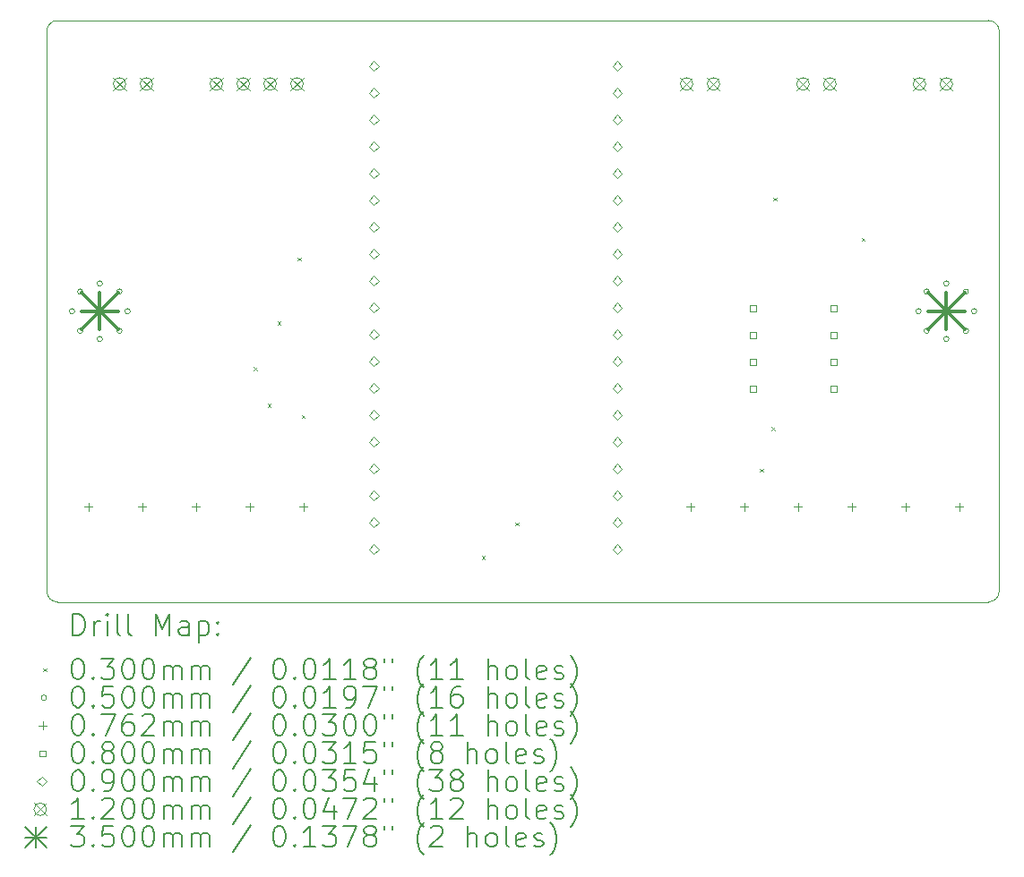
<source format=gbr>
%TF.GenerationSoftware,KiCad,Pcbnew,7.0.2*%
%TF.CreationDate,2023-06-22T14:29:23-03:00*%
%TF.ProjectId,Belliz_IOT,42656c6c-697a-45f4-994f-542e6b696361,rev?*%
%TF.SameCoordinates,Original*%
%TF.FileFunction,Drillmap*%
%TF.FilePolarity,Positive*%
%FSLAX45Y45*%
G04 Gerber Fmt 4.5, Leading zero omitted, Abs format (unit mm)*
G04 Created by KiCad (PCBNEW 7.0.2) date 2023-06-22 14:29:23*
%MOMM*%
%LPD*%
G01*
G04 APERTURE LIST*
%ADD10C,0.050000*%
%ADD11C,0.200000*%
%ADD12C,0.030000*%
%ADD13C,0.076200*%
%ADD14C,0.080000*%
%ADD15C,0.090000*%
%ADD16C,0.120000*%
%ADD17C,0.350000*%
G04 APERTURE END LIST*
D10*
X14000000Y-5100000D02*
G75*
G03*
X13900000Y-5000000I-100000J0D01*
G01*
X13900000Y-10500000D02*
G75*
G03*
X14000000Y-10400000I0J100000D01*
G01*
X5000000Y-10400000D02*
G75*
G03*
X5100000Y-10500000I100000J0D01*
G01*
X5100000Y-5000000D02*
G75*
G03*
X5000000Y-5100000I0J-100000D01*
G01*
X5000000Y-10400000D02*
X5000000Y-5100000D01*
X13900000Y-10500000D02*
X5100000Y-10500000D01*
X14000000Y-5100000D02*
X14000000Y-10400000D01*
X5100000Y-5000000D02*
X13900000Y-5000000D01*
D11*
D12*
X6956500Y-8280500D02*
X6986500Y-8310500D01*
X6986500Y-8280500D02*
X6956500Y-8310500D01*
X7087000Y-8624000D02*
X7117000Y-8654000D01*
X7117000Y-8624000D02*
X7087000Y-8654000D01*
X7180500Y-7847500D02*
X7210500Y-7877500D01*
X7210500Y-7847500D02*
X7180500Y-7877500D01*
X7372000Y-7242000D02*
X7402000Y-7272000D01*
X7402000Y-7242000D02*
X7372000Y-7272000D01*
X7409000Y-8730000D02*
X7439000Y-8760000D01*
X7439000Y-8730000D02*
X7409000Y-8760000D01*
X9110000Y-10065000D02*
X9140000Y-10095000D01*
X9140000Y-10065000D02*
X9110000Y-10095000D01*
X9428000Y-9746000D02*
X9458000Y-9776000D01*
X9458000Y-9746000D02*
X9428000Y-9776000D01*
X11737000Y-9241000D02*
X11767000Y-9271000D01*
X11767000Y-9241000D02*
X11737000Y-9271000D01*
X11851000Y-8847000D02*
X11881000Y-8877000D01*
X11881000Y-8847000D02*
X11851000Y-8877000D01*
X11865000Y-6673000D02*
X11895000Y-6703000D01*
X11895000Y-6673000D02*
X11865000Y-6703000D01*
X12699000Y-7057000D02*
X12729000Y-7087000D01*
X12729000Y-7057000D02*
X12699000Y-7087000D01*
D10*
X5262500Y-7750000D02*
G75*
G03*
X5262500Y-7750000I-25000J0D01*
G01*
X5339385Y-7564384D02*
G75*
G03*
X5339385Y-7564384I-25000J0D01*
G01*
X5339385Y-7935615D02*
G75*
G03*
X5339385Y-7935615I-25000J0D01*
G01*
X5525000Y-7487500D02*
G75*
G03*
X5525000Y-7487500I-25000J0D01*
G01*
X5525000Y-8012500D02*
G75*
G03*
X5525000Y-8012500I-25000J0D01*
G01*
X5710615Y-7564384D02*
G75*
G03*
X5710615Y-7564384I-25000J0D01*
G01*
X5710615Y-7935615D02*
G75*
G03*
X5710615Y-7935615I-25000J0D01*
G01*
X5787500Y-7750000D02*
G75*
G03*
X5787500Y-7750000I-25000J0D01*
G01*
X13262500Y-7750000D02*
G75*
G03*
X13262500Y-7750000I-25000J0D01*
G01*
X13339384Y-7564384D02*
G75*
G03*
X13339384Y-7564384I-25000J0D01*
G01*
X13339384Y-7935615D02*
G75*
G03*
X13339384Y-7935615I-25000J0D01*
G01*
X13525000Y-7487500D02*
G75*
G03*
X13525000Y-7487500I-25000J0D01*
G01*
X13525000Y-8012500D02*
G75*
G03*
X13525000Y-8012500I-25000J0D01*
G01*
X13710615Y-7564384D02*
G75*
G03*
X13710615Y-7564384I-25000J0D01*
G01*
X13710615Y-7935615D02*
G75*
G03*
X13710615Y-7935615I-25000J0D01*
G01*
X13787500Y-7750000D02*
G75*
G03*
X13787500Y-7750000I-25000J0D01*
G01*
D13*
X5392000Y-9561900D02*
X5392000Y-9638100D01*
X5353900Y-9600000D02*
X5430100Y-9600000D01*
X5900000Y-9561900D02*
X5900000Y-9638100D01*
X5861900Y-9600000D02*
X5938100Y-9600000D01*
X6408000Y-9561900D02*
X6408000Y-9638100D01*
X6369900Y-9600000D02*
X6446100Y-9600000D01*
X6916000Y-9561900D02*
X6916000Y-9638100D01*
X6877900Y-9600000D02*
X6954100Y-9600000D01*
X7424000Y-9561900D02*
X7424000Y-9638100D01*
X7385900Y-9600000D02*
X7462100Y-9600000D01*
X11084000Y-9561900D02*
X11084000Y-9638100D01*
X11045900Y-9600000D02*
X11122100Y-9600000D01*
X11592000Y-9561900D02*
X11592000Y-9638100D01*
X11553900Y-9600000D02*
X11630100Y-9600000D01*
X12100000Y-9561900D02*
X12100000Y-9638100D01*
X12061900Y-9600000D02*
X12138100Y-9600000D01*
X12608000Y-9561900D02*
X12608000Y-9638100D01*
X12569900Y-9600000D02*
X12646100Y-9600000D01*
X13116000Y-9561900D02*
X13116000Y-9638100D01*
X13077900Y-9600000D02*
X13154100Y-9600000D01*
X13624000Y-9561900D02*
X13624000Y-9638100D01*
X13585900Y-9600000D02*
X13662100Y-9600000D01*
D14*
X11701284Y-7753284D02*
X11701284Y-7696715D01*
X11644715Y-7696715D01*
X11644715Y-7753284D01*
X11701284Y-7753284D01*
X11701284Y-8007284D02*
X11701284Y-7950715D01*
X11644715Y-7950715D01*
X11644715Y-8007284D01*
X11701284Y-8007284D01*
X11701284Y-8261284D02*
X11701284Y-8204715D01*
X11644715Y-8204715D01*
X11644715Y-8261284D01*
X11701284Y-8261284D01*
X11701284Y-8515285D02*
X11701284Y-8458716D01*
X11644715Y-8458716D01*
X11644715Y-8515285D01*
X11701284Y-8515285D01*
X12463284Y-7753284D02*
X12463284Y-7696715D01*
X12406715Y-7696715D01*
X12406715Y-7753284D01*
X12463284Y-7753284D01*
X12463284Y-8007284D02*
X12463284Y-7950715D01*
X12406715Y-7950715D01*
X12406715Y-8007284D01*
X12463284Y-8007284D01*
X12463284Y-8261284D02*
X12463284Y-8204715D01*
X12406715Y-8204715D01*
X12406715Y-8261284D01*
X12463284Y-8261284D01*
X12463284Y-8515285D02*
X12463284Y-8458716D01*
X12406715Y-8458716D01*
X12406715Y-8515285D01*
X12463284Y-8515285D01*
D15*
X8090000Y-5473000D02*
X8135000Y-5428000D01*
X8090000Y-5383000D01*
X8045000Y-5428000D01*
X8090000Y-5473000D01*
X8090000Y-5727000D02*
X8135000Y-5682000D01*
X8090000Y-5637000D01*
X8045000Y-5682000D01*
X8090000Y-5727000D01*
X8090000Y-5981000D02*
X8135000Y-5936000D01*
X8090000Y-5891000D01*
X8045000Y-5936000D01*
X8090000Y-5981000D01*
X8090000Y-6235000D02*
X8135000Y-6190000D01*
X8090000Y-6145000D01*
X8045000Y-6190000D01*
X8090000Y-6235000D01*
X8090000Y-6489000D02*
X8135000Y-6444000D01*
X8090000Y-6399000D01*
X8045000Y-6444000D01*
X8090000Y-6489000D01*
X8090000Y-6743000D02*
X8135000Y-6698000D01*
X8090000Y-6653000D01*
X8045000Y-6698000D01*
X8090000Y-6743000D01*
X8090000Y-6997000D02*
X8135000Y-6952000D01*
X8090000Y-6907000D01*
X8045000Y-6952000D01*
X8090000Y-6997000D01*
X8090000Y-7251000D02*
X8135000Y-7206000D01*
X8090000Y-7161000D01*
X8045000Y-7206000D01*
X8090000Y-7251000D01*
X8090000Y-7505000D02*
X8135000Y-7460000D01*
X8090000Y-7415000D01*
X8045000Y-7460000D01*
X8090000Y-7505000D01*
X8090000Y-7759000D02*
X8135000Y-7714000D01*
X8090000Y-7669000D01*
X8045000Y-7714000D01*
X8090000Y-7759000D01*
X8090000Y-8013000D02*
X8135000Y-7968000D01*
X8090000Y-7923000D01*
X8045000Y-7968000D01*
X8090000Y-8013000D01*
X8090000Y-8267000D02*
X8135000Y-8222000D01*
X8090000Y-8177000D01*
X8045000Y-8222000D01*
X8090000Y-8267000D01*
X8090000Y-8521000D02*
X8135000Y-8476000D01*
X8090000Y-8431000D01*
X8045000Y-8476000D01*
X8090000Y-8521000D01*
X8090000Y-8775000D02*
X8135000Y-8730000D01*
X8090000Y-8685000D01*
X8045000Y-8730000D01*
X8090000Y-8775000D01*
X8090000Y-9029000D02*
X8135000Y-8984000D01*
X8090000Y-8939000D01*
X8045000Y-8984000D01*
X8090000Y-9029000D01*
X8090000Y-9283000D02*
X8135000Y-9238000D01*
X8090000Y-9193000D01*
X8045000Y-9238000D01*
X8090000Y-9283000D01*
X8090000Y-9537000D02*
X8135000Y-9492000D01*
X8090000Y-9447000D01*
X8045000Y-9492000D01*
X8090000Y-9537000D01*
X8090000Y-9791000D02*
X8135000Y-9746000D01*
X8090000Y-9701000D01*
X8045000Y-9746000D01*
X8090000Y-9791000D01*
X8090000Y-10045000D02*
X8135000Y-10000000D01*
X8090000Y-9955000D01*
X8045000Y-10000000D01*
X8090000Y-10045000D01*
X10390000Y-5473000D02*
X10435000Y-5428000D01*
X10390000Y-5383000D01*
X10345000Y-5428000D01*
X10390000Y-5473000D01*
X10390000Y-5727000D02*
X10435000Y-5682000D01*
X10390000Y-5637000D01*
X10345000Y-5682000D01*
X10390000Y-5727000D01*
X10390000Y-5981000D02*
X10435000Y-5936000D01*
X10390000Y-5891000D01*
X10345000Y-5936000D01*
X10390000Y-5981000D01*
X10390000Y-6235000D02*
X10435000Y-6190000D01*
X10390000Y-6145000D01*
X10345000Y-6190000D01*
X10390000Y-6235000D01*
X10390000Y-6489000D02*
X10435000Y-6444000D01*
X10390000Y-6399000D01*
X10345000Y-6444000D01*
X10390000Y-6489000D01*
X10390000Y-6743000D02*
X10435000Y-6698000D01*
X10390000Y-6653000D01*
X10345000Y-6698000D01*
X10390000Y-6743000D01*
X10390000Y-6997000D02*
X10435000Y-6952000D01*
X10390000Y-6907000D01*
X10345000Y-6952000D01*
X10390000Y-6997000D01*
X10390000Y-7251000D02*
X10435000Y-7206000D01*
X10390000Y-7161000D01*
X10345000Y-7206000D01*
X10390000Y-7251000D01*
X10390000Y-7505000D02*
X10435000Y-7460000D01*
X10390000Y-7415000D01*
X10345000Y-7460000D01*
X10390000Y-7505000D01*
X10390000Y-7759000D02*
X10435000Y-7714000D01*
X10390000Y-7669000D01*
X10345000Y-7714000D01*
X10390000Y-7759000D01*
X10390000Y-8013000D02*
X10435000Y-7968000D01*
X10390000Y-7923000D01*
X10345000Y-7968000D01*
X10390000Y-8013000D01*
X10390000Y-8267000D02*
X10435000Y-8222000D01*
X10390000Y-8177000D01*
X10345000Y-8222000D01*
X10390000Y-8267000D01*
X10390000Y-8521000D02*
X10435000Y-8476000D01*
X10390000Y-8431000D01*
X10345000Y-8476000D01*
X10390000Y-8521000D01*
X10390000Y-8775000D02*
X10435000Y-8730000D01*
X10390000Y-8685000D01*
X10345000Y-8730000D01*
X10390000Y-8775000D01*
X10390000Y-9029000D02*
X10435000Y-8984000D01*
X10390000Y-8939000D01*
X10345000Y-8984000D01*
X10390000Y-9029000D01*
X10390000Y-9283000D02*
X10435000Y-9238000D01*
X10390000Y-9193000D01*
X10345000Y-9238000D01*
X10390000Y-9283000D01*
X10390000Y-9537000D02*
X10435000Y-9492000D01*
X10390000Y-9447000D01*
X10345000Y-9492000D01*
X10390000Y-9537000D01*
X10390000Y-9791000D02*
X10435000Y-9746000D01*
X10390000Y-9701000D01*
X10345000Y-9746000D01*
X10390000Y-9791000D01*
X10390000Y-10045000D02*
X10435000Y-10000000D01*
X10390000Y-9955000D01*
X10345000Y-10000000D01*
X10390000Y-10045000D01*
D16*
X5627000Y-5540000D02*
X5747000Y-5660000D01*
X5747000Y-5540000D02*
X5627000Y-5660000D01*
X5747000Y-5600000D02*
G75*
G03*
X5747000Y-5600000I-60000J0D01*
G01*
X5881000Y-5540000D02*
X6001000Y-5660000D01*
X6001000Y-5540000D02*
X5881000Y-5660000D01*
X6001000Y-5600000D02*
G75*
G03*
X6001000Y-5600000I-60000J0D01*
G01*
X6542000Y-5540000D02*
X6662000Y-5660000D01*
X6662000Y-5540000D02*
X6542000Y-5660000D01*
X6662000Y-5600000D02*
G75*
G03*
X6662000Y-5600000I-60000J0D01*
G01*
X6796000Y-5540000D02*
X6916000Y-5660000D01*
X6916000Y-5540000D02*
X6796000Y-5660000D01*
X6916000Y-5600000D02*
G75*
G03*
X6916000Y-5600000I-60000J0D01*
G01*
X7050000Y-5540000D02*
X7170000Y-5660000D01*
X7170000Y-5540000D02*
X7050000Y-5660000D01*
X7170000Y-5600000D02*
G75*
G03*
X7170000Y-5600000I-60000J0D01*
G01*
X7304000Y-5540000D02*
X7424000Y-5660000D01*
X7424000Y-5540000D02*
X7304000Y-5660000D01*
X7424000Y-5600000D02*
G75*
G03*
X7424000Y-5600000I-60000J0D01*
G01*
X10986000Y-5540000D02*
X11106000Y-5660000D01*
X11106000Y-5540000D02*
X10986000Y-5660000D01*
X11106000Y-5600000D02*
G75*
G03*
X11106000Y-5600000I-60000J0D01*
G01*
X11240000Y-5540000D02*
X11360000Y-5660000D01*
X11360000Y-5540000D02*
X11240000Y-5660000D01*
X11360000Y-5600000D02*
G75*
G03*
X11360000Y-5600000I-60000J0D01*
G01*
X12086000Y-5540000D02*
X12206000Y-5660000D01*
X12206000Y-5540000D02*
X12086000Y-5660000D01*
X12206000Y-5600000D02*
G75*
G03*
X12206000Y-5600000I-60000J0D01*
G01*
X12340000Y-5540000D02*
X12460000Y-5660000D01*
X12460000Y-5540000D02*
X12340000Y-5660000D01*
X12460000Y-5600000D02*
G75*
G03*
X12460000Y-5600000I-60000J0D01*
G01*
X13186000Y-5540000D02*
X13306000Y-5660000D01*
X13306000Y-5540000D02*
X13186000Y-5660000D01*
X13306000Y-5600000D02*
G75*
G03*
X13306000Y-5600000I-60000J0D01*
G01*
X13440000Y-5540000D02*
X13560000Y-5660000D01*
X13560000Y-5540000D02*
X13440000Y-5660000D01*
X13560000Y-5600000D02*
G75*
G03*
X13560000Y-5600000I-60000J0D01*
G01*
D17*
X5325000Y-7575000D02*
X5675000Y-7925000D01*
X5675000Y-7575000D02*
X5325000Y-7925000D01*
X5500000Y-7575000D02*
X5500000Y-7925000D01*
X5325000Y-7750000D02*
X5675000Y-7750000D01*
X13325000Y-7575000D02*
X13675000Y-7925000D01*
X13675000Y-7575000D02*
X13325000Y-7925000D01*
X13500000Y-7575000D02*
X13500000Y-7925000D01*
X13325000Y-7750000D02*
X13675000Y-7750000D01*
D11*
X5245119Y-10815024D02*
X5245119Y-10615024D01*
X5245119Y-10615024D02*
X5292738Y-10615024D01*
X5292738Y-10615024D02*
X5321310Y-10624548D01*
X5321310Y-10624548D02*
X5340357Y-10643595D01*
X5340357Y-10643595D02*
X5349881Y-10662643D01*
X5349881Y-10662643D02*
X5359405Y-10700738D01*
X5359405Y-10700738D02*
X5359405Y-10729310D01*
X5359405Y-10729310D02*
X5349881Y-10767405D01*
X5349881Y-10767405D02*
X5340357Y-10786452D01*
X5340357Y-10786452D02*
X5321310Y-10805500D01*
X5321310Y-10805500D02*
X5292738Y-10815024D01*
X5292738Y-10815024D02*
X5245119Y-10815024D01*
X5445119Y-10815024D02*
X5445119Y-10681690D01*
X5445119Y-10719786D02*
X5454643Y-10700738D01*
X5454643Y-10700738D02*
X5464167Y-10691214D01*
X5464167Y-10691214D02*
X5483214Y-10681690D01*
X5483214Y-10681690D02*
X5502262Y-10681690D01*
X5568929Y-10815024D02*
X5568929Y-10681690D01*
X5568929Y-10615024D02*
X5559405Y-10624548D01*
X5559405Y-10624548D02*
X5568929Y-10634071D01*
X5568929Y-10634071D02*
X5578452Y-10624548D01*
X5578452Y-10624548D02*
X5568929Y-10615024D01*
X5568929Y-10615024D02*
X5568929Y-10634071D01*
X5692738Y-10815024D02*
X5673690Y-10805500D01*
X5673690Y-10805500D02*
X5664167Y-10786452D01*
X5664167Y-10786452D02*
X5664167Y-10615024D01*
X5797500Y-10815024D02*
X5778452Y-10805500D01*
X5778452Y-10805500D02*
X5768928Y-10786452D01*
X5768928Y-10786452D02*
X5768928Y-10615024D01*
X6026071Y-10815024D02*
X6026071Y-10615024D01*
X6026071Y-10615024D02*
X6092738Y-10757881D01*
X6092738Y-10757881D02*
X6159405Y-10615024D01*
X6159405Y-10615024D02*
X6159405Y-10815024D01*
X6340357Y-10815024D02*
X6340357Y-10710262D01*
X6340357Y-10710262D02*
X6330833Y-10691214D01*
X6330833Y-10691214D02*
X6311786Y-10681690D01*
X6311786Y-10681690D02*
X6273690Y-10681690D01*
X6273690Y-10681690D02*
X6254643Y-10691214D01*
X6340357Y-10805500D02*
X6321309Y-10815024D01*
X6321309Y-10815024D02*
X6273690Y-10815024D01*
X6273690Y-10815024D02*
X6254643Y-10805500D01*
X6254643Y-10805500D02*
X6245119Y-10786452D01*
X6245119Y-10786452D02*
X6245119Y-10767405D01*
X6245119Y-10767405D02*
X6254643Y-10748357D01*
X6254643Y-10748357D02*
X6273690Y-10738833D01*
X6273690Y-10738833D02*
X6321309Y-10738833D01*
X6321309Y-10738833D02*
X6340357Y-10729310D01*
X6435595Y-10681690D02*
X6435595Y-10881690D01*
X6435595Y-10691214D02*
X6454643Y-10681690D01*
X6454643Y-10681690D02*
X6492738Y-10681690D01*
X6492738Y-10681690D02*
X6511786Y-10691214D01*
X6511786Y-10691214D02*
X6521309Y-10700738D01*
X6521309Y-10700738D02*
X6530833Y-10719786D01*
X6530833Y-10719786D02*
X6530833Y-10776929D01*
X6530833Y-10776929D02*
X6521309Y-10795976D01*
X6521309Y-10795976D02*
X6511786Y-10805500D01*
X6511786Y-10805500D02*
X6492738Y-10815024D01*
X6492738Y-10815024D02*
X6454643Y-10815024D01*
X6454643Y-10815024D02*
X6435595Y-10805500D01*
X6616548Y-10795976D02*
X6626071Y-10805500D01*
X6626071Y-10805500D02*
X6616548Y-10815024D01*
X6616548Y-10815024D02*
X6607024Y-10805500D01*
X6607024Y-10805500D02*
X6616548Y-10795976D01*
X6616548Y-10795976D02*
X6616548Y-10815024D01*
X6616548Y-10691214D02*
X6626071Y-10700738D01*
X6626071Y-10700738D02*
X6616548Y-10710262D01*
X6616548Y-10710262D02*
X6607024Y-10700738D01*
X6607024Y-10700738D02*
X6616548Y-10691214D01*
X6616548Y-10691214D02*
X6616548Y-10710262D01*
D12*
X4967500Y-11127500D02*
X4997500Y-11157500D01*
X4997500Y-11127500D02*
X4967500Y-11157500D01*
D11*
X5283214Y-11035024D02*
X5302262Y-11035024D01*
X5302262Y-11035024D02*
X5321310Y-11044548D01*
X5321310Y-11044548D02*
X5330833Y-11054071D01*
X5330833Y-11054071D02*
X5340357Y-11073119D01*
X5340357Y-11073119D02*
X5349881Y-11111214D01*
X5349881Y-11111214D02*
X5349881Y-11158833D01*
X5349881Y-11158833D02*
X5340357Y-11196928D01*
X5340357Y-11196928D02*
X5330833Y-11215976D01*
X5330833Y-11215976D02*
X5321310Y-11225500D01*
X5321310Y-11225500D02*
X5302262Y-11235024D01*
X5302262Y-11235024D02*
X5283214Y-11235024D01*
X5283214Y-11235024D02*
X5264167Y-11225500D01*
X5264167Y-11225500D02*
X5254643Y-11215976D01*
X5254643Y-11215976D02*
X5245119Y-11196928D01*
X5245119Y-11196928D02*
X5235595Y-11158833D01*
X5235595Y-11158833D02*
X5235595Y-11111214D01*
X5235595Y-11111214D02*
X5245119Y-11073119D01*
X5245119Y-11073119D02*
X5254643Y-11054071D01*
X5254643Y-11054071D02*
X5264167Y-11044548D01*
X5264167Y-11044548D02*
X5283214Y-11035024D01*
X5435595Y-11215976D02*
X5445119Y-11225500D01*
X5445119Y-11225500D02*
X5435595Y-11235024D01*
X5435595Y-11235024D02*
X5426071Y-11225500D01*
X5426071Y-11225500D02*
X5435595Y-11215976D01*
X5435595Y-11215976D02*
X5435595Y-11235024D01*
X5511786Y-11035024D02*
X5635595Y-11035024D01*
X5635595Y-11035024D02*
X5568929Y-11111214D01*
X5568929Y-11111214D02*
X5597500Y-11111214D01*
X5597500Y-11111214D02*
X5616548Y-11120738D01*
X5616548Y-11120738D02*
X5626071Y-11130262D01*
X5626071Y-11130262D02*
X5635595Y-11149310D01*
X5635595Y-11149310D02*
X5635595Y-11196928D01*
X5635595Y-11196928D02*
X5626071Y-11215976D01*
X5626071Y-11215976D02*
X5616548Y-11225500D01*
X5616548Y-11225500D02*
X5597500Y-11235024D01*
X5597500Y-11235024D02*
X5540357Y-11235024D01*
X5540357Y-11235024D02*
X5521310Y-11225500D01*
X5521310Y-11225500D02*
X5511786Y-11215976D01*
X5759405Y-11035024D02*
X5778452Y-11035024D01*
X5778452Y-11035024D02*
X5797500Y-11044548D01*
X5797500Y-11044548D02*
X5807024Y-11054071D01*
X5807024Y-11054071D02*
X5816548Y-11073119D01*
X5816548Y-11073119D02*
X5826071Y-11111214D01*
X5826071Y-11111214D02*
X5826071Y-11158833D01*
X5826071Y-11158833D02*
X5816548Y-11196928D01*
X5816548Y-11196928D02*
X5807024Y-11215976D01*
X5807024Y-11215976D02*
X5797500Y-11225500D01*
X5797500Y-11225500D02*
X5778452Y-11235024D01*
X5778452Y-11235024D02*
X5759405Y-11235024D01*
X5759405Y-11235024D02*
X5740357Y-11225500D01*
X5740357Y-11225500D02*
X5730833Y-11215976D01*
X5730833Y-11215976D02*
X5721309Y-11196928D01*
X5721309Y-11196928D02*
X5711786Y-11158833D01*
X5711786Y-11158833D02*
X5711786Y-11111214D01*
X5711786Y-11111214D02*
X5721309Y-11073119D01*
X5721309Y-11073119D02*
X5730833Y-11054071D01*
X5730833Y-11054071D02*
X5740357Y-11044548D01*
X5740357Y-11044548D02*
X5759405Y-11035024D01*
X5949881Y-11035024D02*
X5968929Y-11035024D01*
X5968929Y-11035024D02*
X5987976Y-11044548D01*
X5987976Y-11044548D02*
X5997500Y-11054071D01*
X5997500Y-11054071D02*
X6007024Y-11073119D01*
X6007024Y-11073119D02*
X6016548Y-11111214D01*
X6016548Y-11111214D02*
X6016548Y-11158833D01*
X6016548Y-11158833D02*
X6007024Y-11196928D01*
X6007024Y-11196928D02*
X5997500Y-11215976D01*
X5997500Y-11215976D02*
X5987976Y-11225500D01*
X5987976Y-11225500D02*
X5968929Y-11235024D01*
X5968929Y-11235024D02*
X5949881Y-11235024D01*
X5949881Y-11235024D02*
X5930833Y-11225500D01*
X5930833Y-11225500D02*
X5921309Y-11215976D01*
X5921309Y-11215976D02*
X5911786Y-11196928D01*
X5911786Y-11196928D02*
X5902262Y-11158833D01*
X5902262Y-11158833D02*
X5902262Y-11111214D01*
X5902262Y-11111214D02*
X5911786Y-11073119D01*
X5911786Y-11073119D02*
X5921309Y-11054071D01*
X5921309Y-11054071D02*
X5930833Y-11044548D01*
X5930833Y-11044548D02*
X5949881Y-11035024D01*
X6102262Y-11235024D02*
X6102262Y-11101690D01*
X6102262Y-11120738D02*
X6111786Y-11111214D01*
X6111786Y-11111214D02*
X6130833Y-11101690D01*
X6130833Y-11101690D02*
X6159405Y-11101690D01*
X6159405Y-11101690D02*
X6178452Y-11111214D01*
X6178452Y-11111214D02*
X6187976Y-11130262D01*
X6187976Y-11130262D02*
X6187976Y-11235024D01*
X6187976Y-11130262D02*
X6197500Y-11111214D01*
X6197500Y-11111214D02*
X6216548Y-11101690D01*
X6216548Y-11101690D02*
X6245119Y-11101690D01*
X6245119Y-11101690D02*
X6264167Y-11111214D01*
X6264167Y-11111214D02*
X6273690Y-11130262D01*
X6273690Y-11130262D02*
X6273690Y-11235024D01*
X6368929Y-11235024D02*
X6368929Y-11101690D01*
X6368929Y-11120738D02*
X6378452Y-11111214D01*
X6378452Y-11111214D02*
X6397500Y-11101690D01*
X6397500Y-11101690D02*
X6426071Y-11101690D01*
X6426071Y-11101690D02*
X6445119Y-11111214D01*
X6445119Y-11111214D02*
X6454643Y-11130262D01*
X6454643Y-11130262D02*
X6454643Y-11235024D01*
X6454643Y-11130262D02*
X6464167Y-11111214D01*
X6464167Y-11111214D02*
X6483214Y-11101690D01*
X6483214Y-11101690D02*
X6511786Y-11101690D01*
X6511786Y-11101690D02*
X6530833Y-11111214D01*
X6530833Y-11111214D02*
X6540357Y-11130262D01*
X6540357Y-11130262D02*
X6540357Y-11235024D01*
X6930833Y-11025500D02*
X6759405Y-11282643D01*
X7187976Y-11035024D02*
X7207024Y-11035024D01*
X7207024Y-11035024D02*
X7226072Y-11044548D01*
X7226072Y-11044548D02*
X7235595Y-11054071D01*
X7235595Y-11054071D02*
X7245119Y-11073119D01*
X7245119Y-11073119D02*
X7254643Y-11111214D01*
X7254643Y-11111214D02*
X7254643Y-11158833D01*
X7254643Y-11158833D02*
X7245119Y-11196928D01*
X7245119Y-11196928D02*
X7235595Y-11215976D01*
X7235595Y-11215976D02*
X7226072Y-11225500D01*
X7226072Y-11225500D02*
X7207024Y-11235024D01*
X7207024Y-11235024D02*
X7187976Y-11235024D01*
X7187976Y-11235024D02*
X7168929Y-11225500D01*
X7168929Y-11225500D02*
X7159405Y-11215976D01*
X7159405Y-11215976D02*
X7149881Y-11196928D01*
X7149881Y-11196928D02*
X7140357Y-11158833D01*
X7140357Y-11158833D02*
X7140357Y-11111214D01*
X7140357Y-11111214D02*
X7149881Y-11073119D01*
X7149881Y-11073119D02*
X7159405Y-11054071D01*
X7159405Y-11054071D02*
X7168929Y-11044548D01*
X7168929Y-11044548D02*
X7187976Y-11035024D01*
X7340357Y-11215976D02*
X7349881Y-11225500D01*
X7349881Y-11225500D02*
X7340357Y-11235024D01*
X7340357Y-11235024D02*
X7330833Y-11225500D01*
X7330833Y-11225500D02*
X7340357Y-11215976D01*
X7340357Y-11215976D02*
X7340357Y-11235024D01*
X7473691Y-11035024D02*
X7492738Y-11035024D01*
X7492738Y-11035024D02*
X7511786Y-11044548D01*
X7511786Y-11044548D02*
X7521310Y-11054071D01*
X7521310Y-11054071D02*
X7530833Y-11073119D01*
X7530833Y-11073119D02*
X7540357Y-11111214D01*
X7540357Y-11111214D02*
X7540357Y-11158833D01*
X7540357Y-11158833D02*
X7530833Y-11196928D01*
X7530833Y-11196928D02*
X7521310Y-11215976D01*
X7521310Y-11215976D02*
X7511786Y-11225500D01*
X7511786Y-11225500D02*
X7492738Y-11235024D01*
X7492738Y-11235024D02*
X7473691Y-11235024D01*
X7473691Y-11235024D02*
X7454643Y-11225500D01*
X7454643Y-11225500D02*
X7445119Y-11215976D01*
X7445119Y-11215976D02*
X7435595Y-11196928D01*
X7435595Y-11196928D02*
X7426072Y-11158833D01*
X7426072Y-11158833D02*
X7426072Y-11111214D01*
X7426072Y-11111214D02*
X7435595Y-11073119D01*
X7435595Y-11073119D02*
X7445119Y-11054071D01*
X7445119Y-11054071D02*
X7454643Y-11044548D01*
X7454643Y-11044548D02*
X7473691Y-11035024D01*
X7730833Y-11235024D02*
X7616548Y-11235024D01*
X7673691Y-11235024D02*
X7673691Y-11035024D01*
X7673691Y-11035024D02*
X7654643Y-11063595D01*
X7654643Y-11063595D02*
X7635595Y-11082643D01*
X7635595Y-11082643D02*
X7616548Y-11092167D01*
X7921310Y-11235024D02*
X7807024Y-11235024D01*
X7864167Y-11235024D02*
X7864167Y-11035024D01*
X7864167Y-11035024D02*
X7845119Y-11063595D01*
X7845119Y-11063595D02*
X7826072Y-11082643D01*
X7826072Y-11082643D02*
X7807024Y-11092167D01*
X8035595Y-11120738D02*
X8016548Y-11111214D01*
X8016548Y-11111214D02*
X8007024Y-11101690D01*
X8007024Y-11101690D02*
X7997500Y-11082643D01*
X7997500Y-11082643D02*
X7997500Y-11073119D01*
X7997500Y-11073119D02*
X8007024Y-11054071D01*
X8007024Y-11054071D02*
X8016548Y-11044548D01*
X8016548Y-11044548D02*
X8035595Y-11035024D01*
X8035595Y-11035024D02*
X8073691Y-11035024D01*
X8073691Y-11035024D02*
X8092738Y-11044548D01*
X8092738Y-11044548D02*
X8102262Y-11054071D01*
X8102262Y-11054071D02*
X8111786Y-11073119D01*
X8111786Y-11073119D02*
X8111786Y-11082643D01*
X8111786Y-11082643D02*
X8102262Y-11101690D01*
X8102262Y-11101690D02*
X8092738Y-11111214D01*
X8092738Y-11111214D02*
X8073691Y-11120738D01*
X8073691Y-11120738D02*
X8035595Y-11120738D01*
X8035595Y-11120738D02*
X8016548Y-11130262D01*
X8016548Y-11130262D02*
X8007024Y-11139786D01*
X8007024Y-11139786D02*
X7997500Y-11158833D01*
X7997500Y-11158833D02*
X7997500Y-11196928D01*
X7997500Y-11196928D02*
X8007024Y-11215976D01*
X8007024Y-11215976D02*
X8016548Y-11225500D01*
X8016548Y-11225500D02*
X8035595Y-11235024D01*
X8035595Y-11235024D02*
X8073691Y-11235024D01*
X8073691Y-11235024D02*
X8092738Y-11225500D01*
X8092738Y-11225500D02*
X8102262Y-11215976D01*
X8102262Y-11215976D02*
X8111786Y-11196928D01*
X8111786Y-11196928D02*
X8111786Y-11158833D01*
X8111786Y-11158833D02*
X8102262Y-11139786D01*
X8102262Y-11139786D02*
X8092738Y-11130262D01*
X8092738Y-11130262D02*
X8073691Y-11120738D01*
X8187976Y-11035024D02*
X8187976Y-11073119D01*
X8264167Y-11035024D02*
X8264167Y-11073119D01*
X8559405Y-11311214D02*
X8549881Y-11301690D01*
X8549881Y-11301690D02*
X8530834Y-11273119D01*
X8530834Y-11273119D02*
X8521310Y-11254071D01*
X8521310Y-11254071D02*
X8511786Y-11225500D01*
X8511786Y-11225500D02*
X8502262Y-11177881D01*
X8502262Y-11177881D02*
X8502262Y-11139786D01*
X8502262Y-11139786D02*
X8511786Y-11092167D01*
X8511786Y-11092167D02*
X8521310Y-11063595D01*
X8521310Y-11063595D02*
X8530834Y-11044548D01*
X8530834Y-11044548D02*
X8549881Y-11015976D01*
X8549881Y-11015976D02*
X8559405Y-11006452D01*
X8740357Y-11235024D02*
X8626072Y-11235024D01*
X8683215Y-11235024D02*
X8683215Y-11035024D01*
X8683215Y-11035024D02*
X8664167Y-11063595D01*
X8664167Y-11063595D02*
X8645119Y-11082643D01*
X8645119Y-11082643D02*
X8626072Y-11092167D01*
X8930834Y-11235024D02*
X8816548Y-11235024D01*
X8873691Y-11235024D02*
X8873691Y-11035024D01*
X8873691Y-11035024D02*
X8854643Y-11063595D01*
X8854643Y-11063595D02*
X8835596Y-11082643D01*
X8835596Y-11082643D02*
X8816548Y-11092167D01*
X9168929Y-11235024D02*
X9168929Y-11035024D01*
X9254643Y-11235024D02*
X9254643Y-11130262D01*
X9254643Y-11130262D02*
X9245119Y-11111214D01*
X9245119Y-11111214D02*
X9226072Y-11101690D01*
X9226072Y-11101690D02*
X9197500Y-11101690D01*
X9197500Y-11101690D02*
X9178453Y-11111214D01*
X9178453Y-11111214D02*
X9168929Y-11120738D01*
X9378453Y-11235024D02*
X9359405Y-11225500D01*
X9359405Y-11225500D02*
X9349881Y-11215976D01*
X9349881Y-11215976D02*
X9340358Y-11196928D01*
X9340358Y-11196928D02*
X9340358Y-11139786D01*
X9340358Y-11139786D02*
X9349881Y-11120738D01*
X9349881Y-11120738D02*
X9359405Y-11111214D01*
X9359405Y-11111214D02*
X9378453Y-11101690D01*
X9378453Y-11101690D02*
X9407024Y-11101690D01*
X9407024Y-11101690D02*
X9426072Y-11111214D01*
X9426072Y-11111214D02*
X9435596Y-11120738D01*
X9435596Y-11120738D02*
X9445119Y-11139786D01*
X9445119Y-11139786D02*
X9445119Y-11196928D01*
X9445119Y-11196928D02*
X9435596Y-11215976D01*
X9435596Y-11215976D02*
X9426072Y-11225500D01*
X9426072Y-11225500D02*
X9407024Y-11235024D01*
X9407024Y-11235024D02*
X9378453Y-11235024D01*
X9559405Y-11235024D02*
X9540358Y-11225500D01*
X9540358Y-11225500D02*
X9530834Y-11206452D01*
X9530834Y-11206452D02*
X9530834Y-11035024D01*
X9711786Y-11225500D02*
X9692739Y-11235024D01*
X9692739Y-11235024D02*
X9654643Y-11235024D01*
X9654643Y-11235024D02*
X9635596Y-11225500D01*
X9635596Y-11225500D02*
X9626072Y-11206452D01*
X9626072Y-11206452D02*
X9626072Y-11130262D01*
X9626072Y-11130262D02*
X9635596Y-11111214D01*
X9635596Y-11111214D02*
X9654643Y-11101690D01*
X9654643Y-11101690D02*
X9692739Y-11101690D01*
X9692739Y-11101690D02*
X9711786Y-11111214D01*
X9711786Y-11111214D02*
X9721310Y-11130262D01*
X9721310Y-11130262D02*
X9721310Y-11149310D01*
X9721310Y-11149310D02*
X9626072Y-11168357D01*
X9797500Y-11225500D02*
X9816548Y-11235024D01*
X9816548Y-11235024D02*
X9854643Y-11235024D01*
X9854643Y-11235024D02*
X9873691Y-11225500D01*
X9873691Y-11225500D02*
X9883215Y-11206452D01*
X9883215Y-11206452D02*
X9883215Y-11196928D01*
X9883215Y-11196928D02*
X9873691Y-11177881D01*
X9873691Y-11177881D02*
X9854643Y-11168357D01*
X9854643Y-11168357D02*
X9826072Y-11168357D01*
X9826072Y-11168357D02*
X9807024Y-11158833D01*
X9807024Y-11158833D02*
X9797500Y-11139786D01*
X9797500Y-11139786D02*
X9797500Y-11130262D01*
X9797500Y-11130262D02*
X9807024Y-11111214D01*
X9807024Y-11111214D02*
X9826072Y-11101690D01*
X9826072Y-11101690D02*
X9854643Y-11101690D01*
X9854643Y-11101690D02*
X9873691Y-11111214D01*
X9949881Y-11311214D02*
X9959405Y-11301690D01*
X9959405Y-11301690D02*
X9978453Y-11273119D01*
X9978453Y-11273119D02*
X9987977Y-11254071D01*
X9987977Y-11254071D02*
X9997500Y-11225500D01*
X9997500Y-11225500D02*
X10007024Y-11177881D01*
X10007024Y-11177881D02*
X10007024Y-11139786D01*
X10007024Y-11139786D02*
X9997500Y-11092167D01*
X9997500Y-11092167D02*
X9987977Y-11063595D01*
X9987977Y-11063595D02*
X9978453Y-11044548D01*
X9978453Y-11044548D02*
X9959405Y-11015976D01*
X9959405Y-11015976D02*
X9949881Y-11006452D01*
D10*
X4997500Y-11406500D02*
G75*
G03*
X4997500Y-11406500I-25000J0D01*
G01*
D11*
X5283214Y-11299024D02*
X5302262Y-11299024D01*
X5302262Y-11299024D02*
X5321310Y-11308548D01*
X5321310Y-11308548D02*
X5330833Y-11318071D01*
X5330833Y-11318071D02*
X5340357Y-11337119D01*
X5340357Y-11337119D02*
X5349881Y-11375214D01*
X5349881Y-11375214D02*
X5349881Y-11422833D01*
X5349881Y-11422833D02*
X5340357Y-11460928D01*
X5340357Y-11460928D02*
X5330833Y-11479976D01*
X5330833Y-11479976D02*
X5321310Y-11489500D01*
X5321310Y-11489500D02*
X5302262Y-11499024D01*
X5302262Y-11499024D02*
X5283214Y-11499024D01*
X5283214Y-11499024D02*
X5264167Y-11489500D01*
X5264167Y-11489500D02*
X5254643Y-11479976D01*
X5254643Y-11479976D02*
X5245119Y-11460928D01*
X5245119Y-11460928D02*
X5235595Y-11422833D01*
X5235595Y-11422833D02*
X5235595Y-11375214D01*
X5235595Y-11375214D02*
X5245119Y-11337119D01*
X5245119Y-11337119D02*
X5254643Y-11318071D01*
X5254643Y-11318071D02*
X5264167Y-11308548D01*
X5264167Y-11308548D02*
X5283214Y-11299024D01*
X5435595Y-11479976D02*
X5445119Y-11489500D01*
X5445119Y-11489500D02*
X5435595Y-11499024D01*
X5435595Y-11499024D02*
X5426071Y-11489500D01*
X5426071Y-11489500D02*
X5435595Y-11479976D01*
X5435595Y-11479976D02*
X5435595Y-11499024D01*
X5626071Y-11299024D02*
X5530833Y-11299024D01*
X5530833Y-11299024D02*
X5521310Y-11394262D01*
X5521310Y-11394262D02*
X5530833Y-11384738D01*
X5530833Y-11384738D02*
X5549881Y-11375214D01*
X5549881Y-11375214D02*
X5597500Y-11375214D01*
X5597500Y-11375214D02*
X5616548Y-11384738D01*
X5616548Y-11384738D02*
X5626071Y-11394262D01*
X5626071Y-11394262D02*
X5635595Y-11413309D01*
X5635595Y-11413309D02*
X5635595Y-11460928D01*
X5635595Y-11460928D02*
X5626071Y-11479976D01*
X5626071Y-11479976D02*
X5616548Y-11489500D01*
X5616548Y-11489500D02*
X5597500Y-11499024D01*
X5597500Y-11499024D02*
X5549881Y-11499024D01*
X5549881Y-11499024D02*
X5530833Y-11489500D01*
X5530833Y-11489500D02*
X5521310Y-11479976D01*
X5759405Y-11299024D02*
X5778452Y-11299024D01*
X5778452Y-11299024D02*
X5797500Y-11308548D01*
X5797500Y-11308548D02*
X5807024Y-11318071D01*
X5807024Y-11318071D02*
X5816548Y-11337119D01*
X5816548Y-11337119D02*
X5826071Y-11375214D01*
X5826071Y-11375214D02*
X5826071Y-11422833D01*
X5826071Y-11422833D02*
X5816548Y-11460928D01*
X5816548Y-11460928D02*
X5807024Y-11479976D01*
X5807024Y-11479976D02*
X5797500Y-11489500D01*
X5797500Y-11489500D02*
X5778452Y-11499024D01*
X5778452Y-11499024D02*
X5759405Y-11499024D01*
X5759405Y-11499024D02*
X5740357Y-11489500D01*
X5740357Y-11489500D02*
X5730833Y-11479976D01*
X5730833Y-11479976D02*
X5721309Y-11460928D01*
X5721309Y-11460928D02*
X5711786Y-11422833D01*
X5711786Y-11422833D02*
X5711786Y-11375214D01*
X5711786Y-11375214D02*
X5721309Y-11337119D01*
X5721309Y-11337119D02*
X5730833Y-11318071D01*
X5730833Y-11318071D02*
X5740357Y-11308548D01*
X5740357Y-11308548D02*
X5759405Y-11299024D01*
X5949881Y-11299024D02*
X5968929Y-11299024D01*
X5968929Y-11299024D02*
X5987976Y-11308548D01*
X5987976Y-11308548D02*
X5997500Y-11318071D01*
X5997500Y-11318071D02*
X6007024Y-11337119D01*
X6007024Y-11337119D02*
X6016548Y-11375214D01*
X6016548Y-11375214D02*
X6016548Y-11422833D01*
X6016548Y-11422833D02*
X6007024Y-11460928D01*
X6007024Y-11460928D02*
X5997500Y-11479976D01*
X5997500Y-11479976D02*
X5987976Y-11489500D01*
X5987976Y-11489500D02*
X5968929Y-11499024D01*
X5968929Y-11499024D02*
X5949881Y-11499024D01*
X5949881Y-11499024D02*
X5930833Y-11489500D01*
X5930833Y-11489500D02*
X5921309Y-11479976D01*
X5921309Y-11479976D02*
X5911786Y-11460928D01*
X5911786Y-11460928D02*
X5902262Y-11422833D01*
X5902262Y-11422833D02*
X5902262Y-11375214D01*
X5902262Y-11375214D02*
X5911786Y-11337119D01*
X5911786Y-11337119D02*
X5921309Y-11318071D01*
X5921309Y-11318071D02*
X5930833Y-11308548D01*
X5930833Y-11308548D02*
X5949881Y-11299024D01*
X6102262Y-11499024D02*
X6102262Y-11365690D01*
X6102262Y-11384738D02*
X6111786Y-11375214D01*
X6111786Y-11375214D02*
X6130833Y-11365690D01*
X6130833Y-11365690D02*
X6159405Y-11365690D01*
X6159405Y-11365690D02*
X6178452Y-11375214D01*
X6178452Y-11375214D02*
X6187976Y-11394262D01*
X6187976Y-11394262D02*
X6187976Y-11499024D01*
X6187976Y-11394262D02*
X6197500Y-11375214D01*
X6197500Y-11375214D02*
X6216548Y-11365690D01*
X6216548Y-11365690D02*
X6245119Y-11365690D01*
X6245119Y-11365690D02*
X6264167Y-11375214D01*
X6264167Y-11375214D02*
X6273690Y-11394262D01*
X6273690Y-11394262D02*
X6273690Y-11499024D01*
X6368929Y-11499024D02*
X6368929Y-11365690D01*
X6368929Y-11384738D02*
X6378452Y-11375214D01*
X6378452Y-11375214D02*
X6397500Y-11365690D01*
X6397500Y-11365690D02*
X6426071Y-11365690D01*
X6426071Y-11365690D02*
X6445119Y-11375214D01*
X6445119Y-11375214D02*
X6454643Y-11394262D01*
X6454643Y-11394262D02*
X6454643Y-11499024D01*
X6454643Y-11394262D02*
X6464167Y-11375214D01*
X6464167Y-11375214D02*
X6483214Y-11365690D01*
X6483214Y-11365690D02*
X6511786Y-11365690D01*
X6511786Y-11365690D02*
X6530833Y-11375214D01*
X6530833Y-11375214D02*
X6540357Y-11394262D01*
X6540357Y-11394262D02*
X6540357Y-11499024D01*
X6930833Y-11289500D02*
X6759405Y-11546643D01*
X7187976Y-11299024D02*
X7207024Y-11299024D01*
X7207024Y-11299024D02*
X7226072Y-11308548D01*
X7226072Y-11308548D02*
X7235595Y-11318071D01*
X7235595Y-11318071D02*
X7245119Y-11337119D01*
X7245119Y-11337119D02*
X7254643Y-11375214D01*
X7254643Y-11375214D02*
X7254643Y-11422833D01*
X7254643Y-11422833D02*
X7245119Y-11460928D01*
X7245119Y-11460928D02*
X7235595Y-11479976D01*
X7235595Y-11479976D02*
X7226072Y-11489500D01*
X7226072Y-11489500D02*
X7207024Y-11499024D01*
X7207024Y-11499024D02*
X7187976Y-11499024D01*
X7187976Y-11499024D02*
X7168929Y-11489500D01*
X7168929Y-11489500D02*
X7159405Y-11479976D01*
X7159405Y-11479976D02*
X7149881Y-11460928D01*
X7149881Y-11460928D02*
X7140357Y-11422833D01*
X7140357Y-11422833D02*
X7140357Y-11375214D01*
X7140357Y-11375214D02*
X7149881Y-11337119D01*
X7149881Y-11337119D02*
X7159405Y-11318071D01*
X7159405Y-11318071D02*
X7168929Y-11308548D01*
X7168929Y-11308548D02*
X7187976Y-11299024D01*
X7340357Y-11479976D02*
X7349881Y-11489500D01*
X7349881Y-11489500D02*
X7340357Y-11499024D01*
X7340357Y-11499024D02*
X7330833Y-11489500D01*
X7330833Y-11489500D02*
X7340357Y-11479976D01*
X7340357Y-11479976D02*
X7340357Y-11499024D01*
X7473691Y-11299024D02*
X7492738Y-11299024D01*
X7492738Y-11299024D02*
X7511786Y-11308548D01*
X7511786Y-11308548D02*
X7521310Y-11318071D01*
X7521310Y-11318071D02*
X7530833Y-11337119D01*
X7530833Y-11337119D02*
X7540357Y-11375214D01*
X7540357Y-11375214D02*
X7540357Y-11422833D01*
X7540357Y-11422833D02*
X7530833Y-11460928D01*
X7530833Y-11460928D02*
X7521310Y-11479976D01*
X7521310Y-11479976D02*
X7511786Y-11489500D01*
X7511786Y-11489500D02*
X7492738Y-11499024D01*
X7492738Y-11499024D02*
X7473691Y-11499024D01*
X7473691Y-11499024D02*
X7454643Y-11489500D01*
X7454643Y-11489500D02*
X7445119Y-11479976D01*
X7445119Y-11479976D02*
X7435595Y-11460928D01*
X7435595Y-11460928D02*
X7426072Y-11422833D01*
X7426072Y-11422833D02*
X7426072Y-11375214D01*
X7426072Y-11375214D02*
X7435595Y-11337119D01*
X7435595Y-11337119D02*
X7445119Y-11318071D01*
X7445119Y-11318071D02*
X7454643Y-11308548D01*
X7454643Y-11308548D02*
X7473691Y-11299024D01*
X7730833Y-11499024D02*
X7616548Y-11499024D01*
X7673691Y-11499024D02*
X7673691Y-11299024D01*
X7673691Y-11299024D02*
X7654643Y-11327595D01*
X7654643Y-11327595D02*
X7635595Y-11346643D01*
X7635595Y-11346643D02*
X7616548Y-11356167D01*
X7826072Y-11499024D02*
X7864167Y-11499024D01*
X7864167Y-11499024D02*
X7883214Y-11489500D01*
X7883214Y-11489500D02*
X7892738Y-11479976D01*
X7892738Y-11479976D02*
X7911786Y-11451405D01*
X7911786Y-11451405D02*
X7921310Y-11413309D01*
X7921310Y-11413309D02*
X7921310Y-11337119D01*
X7921310Y-11337119D02*
X7911786Y-11318071D01*
X7911786Y-11318071D02*
X7902262Y-11308548D01*
X7902262Y-11308548D02*
X7883214Y-11299024D01*
X7883214Y-11299024D02*
X7845119Y-11299024D01*
X7845119Y-11299024D02*
X7826072Y-11308548D01*
X7826072Y-11308548D02*
X7816548Y-11318071D01*
X7816548Y-11318071D02*
X7807024Y-11337119D01*
X7807024Y-11337119D02*
X7807024Y-11384738D01*
X7807024Y-11384738D02*
X7816548Y-11403786D01*
X7816548Y-11403786D02*
X7826072Y-11413309D01*
X7826072Y-11413309D02*
X7845119Y-11422833D01*
X7845119Y-11422833D02*
X7883214Y-11422833D01*
X7883214Y-11422833D02*
X7902262Y-11413309D01*
X7902262Y-11413309D02*
X7911786Y-11403786D01*
X7911786Y-11403786D02*
X7921310Y-11384738D01*
X7987976Y-11299024D02*
X8121310Y-11299024D01*
X8121310Y-11299024D02*
X8035595Y-11499024D01*
X8187976Y-11299024D02*
X8187976Y-11337119D01*
X8264167Y-11299024D02*
X8264167Y-11337119D01*
X8559405Y-11575214D02*
X8549881Y-11565690D01*
X8549881Y-11565690D02*
X8530834Y-11537119D01*
X8530834Y-11537119D02*
X8521310Y-11518071D01*
X8521310Y-11518071D02*
X8511786Y-11489500D01*
X8511786Y-11489500D02*
X8502262Y-11441881D01*
X8502262Y-11441881D02*
X8502262Y-11403786D01*
X8502262Y-11403786D02*
X8511786Y-11356167D01*
X8511786Y-11356167D02*
X8521310Y-11327595D01*
X8521310Y-11327595D02*
X8530834Y-11308548D01*
X8530834Y-11308548D02*
X8549881Y-11279976D01*
X8549881Y-11279976D02*
X8559405Y-11270452D01*
X8740357Y-11499024D02*
X8626072Y-11499024D01*
X8683215Y-11499024D02*
X8683215Y-11299024D01*
X8683215Y-11299024D02*
X8664167Y-11327595D01*
X8664167Y-11327595D02*
X8645119Y-11346643D01*
X8645119Y-11346643D02*
X8626072Y-11356167D01*
X8911786Y-11299024D02*
X8873691Y-11299024D01*
X8873691Y-11299024D02*
X8854643Y-11308548D01*
X8854643Y-11308548D02*
X8845119Y-11318071D01*
X8845119Y-11318071D02*
X8826072Y-11346643D01*
X8826072Y-11346643D02*
X8816548Y-11384738D01*
X8816548Y-11384738D02*
X8816548Y-11460928D01*
X8816548Y-11460928D02*
X8826072Y-11479976D01*
X8826072Y-11479976D02*
X8835596Y-11489500D01*
X8835596Y-11489500D02*
X8854643Y-11499024D01*
X8854643Y-11499024D02*
X8892738Y-11499024D01*
X8892738Y-11499024D02*
X8911786Y-11489500D01*
X8911786Y-11489500D02*
X8921310Y-11479976D01*
X8921310Y-11479976D02*
X8930834Y-11460928D01*
X8930834Y-11460928D02*
X8930834Y-11413309D01*
X8930834Y-11413309D02*
X8921310Y-11394262D01*
X8921310Y-11394262D02*
X8911786Y-11384738D01*
X8911786Y-11384738D02*
X8892738Y-11375214D01*
X8892738Y-11375214D02*
X8854643Y-11375214D01*
X8854643Y-11375214D02*
X8835596Y-11384738D01*
X8835596Y-11384738D02*
X8826072Y-11394262D01*
X8826072Y-11394262D02*
X8816548Y-11413309D01*
X9168929Y-11499024D02*
X9168929Y-11299024D01*
X9254643Y-11499024D02*
X9254643Y-11394262D01*
X9254643Y-11394262D02*
X9245119Y-11375214D01*
X9245119Y-11375214D02*
X9226072Y-11365690D01*
X9226072Y-11365690D02*
X9197500Y-11365690D01*
X9197500Y-11365690D02*
X9178453Y-11375214D01*
X9178453Y-11375214D02*
X9168929Y-11384738D01*
X9378453Y-11499024D02*
X9359405Y-11489500D01*
X9359405Y-11489500D02*
X9349881Y-11479976D01*
X9349881Y-11479976D02*
X9340358Y-11460928D01*
X9340358Y-11460928D02*
X9340358Y-11403786D01*
X9340358Y-11403786D02*
X9349881Y-11384738D01*
X9349881Y-11384738D02*
X9359405Y-11375214D01*
X9359405Y-11375214D02*
X9378453Y-11365690D01*
X9378453Y-11365690D02*
X9407024Y-11365690D01*
X9407024Y-11365690D02*
X9426072Y-11375214D01*
X9426072Y-11375214D02*
X9435596Y-11384738D01*
X9435596Y-11384738D02*
X9445119Y-11403786D01*
X9445119Y-11403786D02*
X9445119Y-11460928D01*
X9445119Y-11460928D02*
X9435596Y-11479976D01*
X9435596Y-11479976D02*
X9426072Y-11489500D01*
X9426072Y-11489500D02*
X9407024Y-11499024D01*
X9407024Y-11499024D02*
X9378453Y-11499024D01*
X9559405Y-11499024D02*
X9540358Y-11489500D01*
X9540358Y-11489500D02*
X9530834Y-11470452D01*
X9530834Y-11470452D02*
X9530834Y-11299024D01*
X9711786Y-11489500D02*
X9692739Y-11499024D01*
X9692739Y-11499024D02*
X9654643Y-11499024D01*
X9654643Y-11499024D02*
X9635596Y-11489500D01*
X9635596Y-11489500D02*
X9626072Y-11470452D01*
X9626072Y-11470452D02*
X9626072Y-11394262D01*
X9626072Y-11394262D02*
X9635596Y-11375214D01*
X9635596Y-11375214D02*
X9654643Y-11365690D01*
X9654643Y-11365690D02*
X9692739Y-11365690D01*
X9692739Y-11365690D02*
X9711786Y-11375214D01*
X9711786Y-11375214D02*
X9721310Y-11394262D01*
X9721310Y-11394262D02*
X9721310Y-11413309D01*
X9721310Y-11413309D02*
X9626072Y-11432357D01*
X9797500Y-11489500D02*
X9816548Y-11499024D01*
X9816548Y-11499024D02*
X9854643Y-11499024D01*
X9854643Y-11499024D02*
X9873691Y-11489500D01*
X9873691Y-11489500D02*
X9883215Y-11470452D01*
X9883215Y-11470452D02*
X9883215Y-11460928D01*
X9883215Y-11460928D02*
X9873691Y-11441881D01*
X9873691Y-11441881D02*
X9854643Y-11432357D01*
X9854643Y-11432357D02*
X9826072Y-11432357D01*
X9826072Y-11432357D02*
X9807024Y-11422833D01*
X9807024Y-11422833D02*
X9797500Y-11403786D01*
X9797500Y-11403786D02*
X9797500Y-11394262D01*
X9797500Y-11394262D02*
X9807024Y-11375214D01*
X9807024Y-11375214D02*
X9826072Y-11365690D01*
X9826072Y-11365690D02*
X9854643Y-11365690D01*
X9854643Y-11365690D02*
X9873691Y-11375214D01*
X9949881Y-11575214D02*
X9959405Y-11565690D01*
X9959405Y-11565690D02*
X9978453Y-11537119D01*
X9978453Y-11537119D02*
X9987977Y-11518071D01*
X9987977Y-11518071D02*
X9997500Y-11489500D01*
X9997500Y-11489500D02*
X10007024Y-11441881D01*
X10007024Y-11441881D02*
X10007024Y-11403786D01*
X10007024Y-11403786D02*
X9997500Y-11356167D01*
X9997500Y-11356167D02*
X9987977Y-11327595D01*
X9987977Y-11327595D02*
X9978453Y-11308548D01*
X9978453Y-11308548D02*
X9959405Y-11279976D01*
X9959405Y-11279976D02*
X9949881Y-11270452D01*
D13*
X4959400Y-11632400D02*
X4959400Y-11708600D01*
X4921300Y-11670500D02*
X4997500Y-11670500D01*
D11*
X5283214Y-11563024D02*
X5302262Y-11563024D01*
X5302262Y-11563024D02*
X5321310Y-11572548D01*
X5321310Y-11572548D02*
X5330833Y-11582071D01*
X5330833Y-11582071D02*
X5340357Y-11601119D01*
X5340357Y-11601119D02*
X5349881Y-11639214D01*
X5349881Y-11639214D02*
X5349881Y-11686833D01*
X5349881Y-11686833D02*
X5340357Y-11724928D01*
X5340357Y-11724928D02*
X5330833Y-11743976D01*
X5330833Y-11743976D02*
X5321310Y-11753500D01*
X5321310Y-11753500D02*
X5302262Y-11763024D01*
X5302262Y-11763024D02*
X5283214Y-11763024D01*
X5283214Y-11763024D02*
X5264167Y-11753500D01*
X5264167Y-11753500D02*
X5254643Y-11743976D01*
X5254643Y-11743976D02*
X5245119Y-11724928D01*
X5245119Y-11724928D02*
X5235595Y-11686833D01*
X5235595Y-11686833D02*
X5235595Y-11639214D01*
X5235595Y-11639214D02*
X5245119Y-11601119D01*
X5245119Y-11601119D02*
X5254643Y-11582071D01*
X5254643Y-11582071D02*
X5264167Y-11572548D01*
X5264167Y-11572548D02*
X5283214Y-11563024D01*
X5435595Y-11743976D02*
X5445119Y-11753500D01*
X5445119Y-11753500D02*
X5435595Y-11763024D01*
X5435595Y-11763024D02*
X5426071Y-11753500D01*
X5426071Y-11753500D02*
X5435595Y-11743976D01*
X5435595Y-11743976D02*
X5435595Y-11763024D01*
X5511786Y-11563024D02*
X5645119Y-11563024D01*
X5645119Y-11563024D02*
X5559405Y-11763024D01*
X5807024Y-11563024D02*
X5768928Y-11563024D01*
X5768928Y-11563024D02*
X5749881Y-11572548D01*
X5749881Y-11572548D02*
X5740357Y-11582071D01*
X5740357Y-11582071D02*
X5721309Y-11610643D01*
X5721309Y-11610643D02*
X5711786Y-11648738D01*
X5711786Y-11648738D02*
X5711786Y-11724928D01*
X5711786Y-11724928D02*
X5721309Y-11743976D01*
X5721309Y-11743976D02*
X5730833Y-11753500D01*
X5730833Y-11753500D02*
X5749881Y-11763024D01*
X5749881Y-11763024D02*
X5787976Y-11763024D01*
X5787976Y-11763024D02*
X5807024Y-11753500D01*
X5807024Y-11753500D02*
X5816548Y-11743976D01*
X5816548Y-11743976D02*
X5826071Y-11724928D01*
X5826071Y-11724928D02*
X5826071Y-11677309D01*
X5826071Y-11677309D02*
X5816548Y-11658262D01*
X5816548Y-11658262D02*
X5807024Y-11648738D01*
X5807024Y-11648738D02*
X5787976Y-11639214D01*
X5787976Y-11639214D02*
X5749881Y-11639214D01*
X5749881Y-11639214D02*
X5730833Y-11648738D01*
X5730833Y-11648738D02*
X5721309Y-11658262D01*
X5721309Y-11658262D02*
X5711786Y-11677309D01*
X5902262Y-11582071D02*
X5911786Y-11572548D01*
X5911786Y-11572548D02*
X5930833Y-11563024D01*
X5930833Y-11563024D02*
X5978452Y-11563024D01*
X5978452Y-11563024D02*
X5997500Y-11572548D01*
X5997500Y-11572548D02*
X6007024Y-11582071D01*
X6007024Y-11582071D02*
X6016548Y-11601119D01*
X6016548Y-11601119D02*
X6016548Y-11620167D01*
X6016548Y-11620167D02*
X6007024Y-11648738D01*
X6007024Y-11648738D02*
X5892738Y-11763024D01*
X5892738Y-11763024D02*
X6016548Y-11763024D01*
X6102262Y-11763024D02*
X6102262Y-11629690D01*
X6102262Y-11648738D02*
X6111786Y-11639214D01*
X6111786Y-11639214D02*
X6130833Y-11629690D01*
X6130833Y-11629690D02*
X6159405Y-11629690D01*
X6159405Y-11629690D02*
X6178452Y-11639214D01*
X6178452Y-11639214D02*
X6187976Y-11658262D01*
X6187976Y-11658262D02*
X6187976Y-11763024D01*
X6187976Y-11658262D02*
X6197500Y-11639214D01*
X6197500Y-11639214D02*
X6216548Y-11629690D01*
X6216548Y-11629690D02*
X6245119Y-11629690D01*
X6245119Y-11629690D02*
X6264167Y-11639214D01*
X6264167Y-11639214D02*
X6273690Y-11658262D01*
X6273690Y-11658262D02*
X6273690Y-11763024D01*
X6368929Y-11763024D02*
X6368929Y-11629690D01*
X6368929Y-11648738D02*
X6378452Y-11639214D01*
X6378452Y-11639214D02*
X6397500Y-11629690D01*
X6397500Y-11629690D02*
X6426071Y-11629690D01*
X6426071Y-11629690D02*
X6445119Y-11639214D01*
X6445119Y-11639214D02*
X6454643Y-11658262D01*
X6454643Y-11658262D02*
X6454643Y-11763024D01*
X6454643Y-11658262D02*
X6464167Y-11639214D01*
X6464167Y-11639214D02*
X6483214Y-11629690D01*
X6483214Y-11629690D02*
X6511786Y-11629690D01*
X6511786Y-11629690D02*
X6530833Y-11639214D01*
X6530833Y-11639214D02*
X6540357Y-11658262D01*
X6540357Y-11658262D02*
X6540357Y-11763024D01*
X6930833Y-11553500D02*
X6759405Y-11810643D01*
X7187976Y-11563024D02*
X7207024Y-11563024D01*
X7207024Y-11563024D02*
X7226072Y-11572548D01*
X7226072Y-11572548D02*
X7235595Y-11582071D01*
X7235595Y-11582071D02*
X7245119Y-11601119D01*
X7245119Y-11601119D02*
X7254643Y-11639214D01*
X7254643Y-11639214D02*
X7254643Y-11686833D01*
X7254643Y-11686833D02*
X7245119Y-11724928D01*
X7245119Y-11724928D02*
X7235595Y-11743976D01*
X7235595Y-11743976D02*
X7226072Y-11753500D01*
X7226072Y-11753500D02*
X7207024Y-11763024D01*
X7207024Y-11763024D02*
X7187976Y-11763024D01*
X7187976Y-11763024D02*
X7168929Y-11753500D01*
X7168929Y-11753500D02*
X7159405Y-11743976D01*
X7159405Y-11743976D02*
X7149881Y-11724928D01*
X7149881Y-11724928D02*
X7140357Y-11686833D01*
X7140357Y-11686833D02*
X7140357Y-11639214D01*
X7140357Y-11639214D02*
X7149881Y-11601119D01*
X7149881Y-11601119D02*
X7159405Y-11582071D01*
X7159405Y-11582071D02*
X7168929Y-11572548D01*
X7168929Y-11572548D02*
X7187976Y-11563024D01*
X7340357Y-11743976D02*
X7349881Y-11753500D01*
X7349881Y-11753500D02*
X7340357Y-11763024D01*
X7340357Y-11763024D02*
X7330833Y-11753500D01*
X7330833Y-11753500D02*
X7340357Y-11743976D01*
X7340357Y-11743976D02*
X7340357Y-11763024D01*
X7473691Y-11563024D02*
X7492738Y-11563024D01*
X7492738Y-11563024D02*
X7511786Y-11572548D01*
X7511786Y-11572548D02*
X7521310Y-11582071D01*
X7521310Y-11582071D02*
X7530833Y-11601119D01*
X7530833Y-11601119D02*
X7540357Y-11639214D01*
X7540357Y-11639214D02*
X7540357Y-11686833D01*
X7540357Y-11686833D02*
X7530833Y-11724928D01*
X7530833Y-11724928D02*
X7521310Y-11743976D01*
X7521310Y-11743976D02*
X7511786Y-11753500D01*
X7511786Y-11753500D02*
X7492738Y-11763024D01*
X7492738Y-11763024D02*
X7473691Y-11763024D01*
X7473691Y-11763024D02*
X7454643Y-11753500D01*
X7454643Y-11753500D02*
X7445119Y-11743976D01*
X7445119Y-11743976D02*
X7435595Y-11724928D01*
X7435595Y-11724928D02*
X7426072Y-11686833D01*
X7426072Y-11686833D02*
X7426072Y-11639214D01*
X7426072Y-11639214D02*
X7435595Y-11601119D01*
X7435595Y-11601119D02*
X7445119Y-11582071D01*
X7445119Y-11582071D02*
X7454643Y-11572548D01*
X7454643Y-11572548D02*
X7473691Y-11563024D01*
X7607024Y-11563024D02*
X7730833Y-11563024D01*
X7730833Y-11563024D02*
X7664167Y-11639214D01*
X7664167Y-11639214D02*
X7692738Y-11639214D01*
X7692738Y-11639214D02*
X7711786Y-11648738D01*
X7711786Y-11648738D02*
X7721310Y-11658262D01*
X7721310Y-11658262D02*
X7730833Y-11677309D01*
X7730833Y-11677309D02*
X7730833Y-11724928D01*
X7730833Y-11724928D02*
X7721310Y-11743976D01*
X7721310Y-11743976D02*
X7711786Y-11753500D01*
X7711786Y-11753500D02*
X7692738Y-11763024D01*
X7692738Y-11763024D02*
X7635595Y-11763024D01*
X7635595Y-11763024D02*
X7616548Y-11753500D01*
X7616548Y-11753500D02*
X7607024Y-11743976D01*
X7854643Y-11563024D02*
X7873691Y-11563024D01*
X7873691Y-11563024D02*
X7892738Y-11572548D01*
X7892738Y-11572548D02*
X7902262Y-11582071D01*
X7902262Y-11582071D02*
X7911786Y-11601119D01*
X7911786Y-11601119D02*
X7921310Y-11639214D01*
X7921310Y-11639214D02*
X7921310Y-11686833D01*
X7921310Y-11686833D02*
X7911786Y-11724928D01*
X7911786Y-11724928D02*
X7902262Y-11743976D01*
X7902262Y-11743976D02*
X7892738Y-11753500D01*
X7892738Y-11753500D02*
X7873691Y-11763024D01*
X7873691Y-11763024D02*
X7854643Y-11763024D01*
X7854643Y-11763024D02*
X7835595Y-11753500D01*
X7835595Y-11753500D02*
X7826072Y-11743976D01*
X7826072Y-11743976D02*
X7816548Y-11724928D01*
X7816548Y-11724928D02*
X7807024Y-11686833D01*
X7807024Y-11686833D02*
X7807024Y-11639214D01*
X7807024Y-11639214D02*
X7816548Y-11601119D01*
X7816548Y-11601119D02*
X7826072Y-11582071D01*
X7826072Y-11582071D02*
X7835595Y-11572548D01*
X7835595Y-11572548D02*
X7854643Y-11563024D01*
X8045119Y-11563024D02*
X8064167Y-11563024D01*
X8064167Y-11563024D02*
X8083214Y-11572548D01*
X8083214Y-11572548D02*
X8092738Y-11582071D01*
X8092738Y-11582071D02*
X8102262Y-11601119D01*
X8102262Y-11601119D02*
X8111786Y-11639214D01*
X8111786Y-11639214D02*
X8111786Y-11686833D01*
X8111786Y-11686833D02*
X8102262Y-11724928D01*
X8102262Y-11724928D02*
X8092738Y-11743976D01*
X8092738Y-11743976D02*
X8083214Y-11753500D01*
X8083214Y-11753500D02*
X8064167Y-11763024D01*
X8064167Y-11763024D02*
X8045119Y-11763024D01*
X8045119Y-11763024D02*
X8026072Y-11753500D01*
X8026072Y-11753500D02*
X8016548Y-11743976D01*
X8016548Y-11743976D02*
X8007024Y-11724928D01*
X8007024Y-11724928D02*
X7997500Y-11686833D01*
X7997500Y-11686833D02*
X7997500Y-11639214D01*
X7997500Y-11639214D02*
X8007024Y-11601119D01*
X8007024Y-11601119D02*
X8016548Y-11582071D01*
X8016548Y-11582071D02*
X8026072Y-11572548D01*
X8026072Y-11572548D02*
X8045119Y-11563024D01*
X8187976Y-11563024D02*
X8187976Y-11601119D01*
X8264167Y-11563024D02*
X8264167Y-11601119D01*
X8559405Y-11839214D02*
X8549881Y-11829690D01*
X8549881Y-11829690D02*
X8530834Y-11801119D01*
X8530834Y-11801119D02*
X8521310Y-11782071D01*
X8521310Y-11782071D02*
X8511786Y-11753500D01*
X8511786Y-11753500D02*
X8502262Y-11705881D01*
X8502262Y-11705881D02*
X8502262Y-11667786D01*
X8502262Y-11667786D02*
X8511786Y-11620167D01*
X8511786Y-11620167D02*
X8521310Y-11591595D01*
X8521310Y-11591595D02*
X8530834Y-11572548D01*
X8530834Y-11572548D02*
X8549881Y-11543976D01*
X8549881Y-11543976D02*
X8559405Y-11534452D01*
X8740357Y-11763024D02*
X8626072Y-11763024D01*
X8683215Y-11763024D02*
X8683215Y-11563024D01*
X8683215Y-11563024D02*
X8664167Y-11591595D01*
X8664167Y-11591595D02*
X8645119Y-11610643D01*
X8645119Y-11610643D02*
X8626072Y-11620167D01*
X8930834Y-11763024D02*
X8816548Y-11763024D01*
X8873691Y-11763024D02*
X8873691Y-11563024D01*
X8873691Y-11563024D02*
X8854643Y-11591595D01*
X8854643Y-11591595D02*
X8835596Y-11610643D01*
X8835596Y-11610643D02*
X8816548Y-11620167D01*
X9168929Y-11763024D02*
X9168929Y-11563024D01*
X9254643Y-11763024D02*
X9254643Y-11658262D01*
X9254643Y-11658262D02*
X9245119Y-11639214D01*
X9245119Y-11639214D02*
X9226072Y-11629690D01*
X9226072Y-11629690D02*
X9197500Y-11629690D01*
X9197500Y-11629690D02*
X9178453Y-11639214D01*
X9178453Y-11639214D02*
X9168929Y-11648738D01*
X9378453Y-11763024D02*
X9359405Y-11753500D01*
X9359405Y-11753500D02*
X9349881Y-11743976D01*
X9349881Y-11743976D02*
X9340358Y-11724928D01*
X9340358Y-11724928D02*
X9340358Y-11667786D01*
X9340358Y-11667786D02*
X9349881Y-11648738D01*
X9349881Y-11648738D02*
X9359405Y-11639214D01*
X9359405Y-11639214D02*
X9378453Y-11629690D01*
X9378453Y-11629690D02*
X9407024Y-11629690D01*
X9407024Y-11629690D02*
X9426072Y-11639214D01*
X9426072Y-11639214D02*
X9435596Y-11648738D01*
X9435596Y-11648738D02*
X9445119Y-11667786D01*
X9445119Y-11667786D02*
X9445119Y-11724928D01*
X9445119Y-11724928D02*
X9435596Y-11743976D01*
X9435596Y-11743976D02*
X9426072Y-11753500D01*
X9426072Y-11753500D02*
X9407024Y-11763024D01*
X9407024Y-11763024D02*
X9378453Y-11763024D01*
X9559405Y-11763024D02*
X9540358Y-11753500D01*
X9540358Y-11753500D02*
X9530834Y-11734452D01*
X9530834Y-11734452D02*
X9530834Y-11563024D01*
X9711786Y-11753500D02*
X9692739Y-11763024D01*
X9692739Y-11763024D02*
X9654643Y-11763024D01*
X9654643Y-11763024D02*
X9635596Y-11753500D01*
X9635596Y-11753500D02*
X9626072Y-11734452D01*
X9626072Y-11734452D02*
X9626072Y-11658262D01*
X9626072Y-11658262D02*
X9635596Y-11639214D01*
X9635596Y-11639214D02*
X9654643Y-11629690D01*
X9654643Y-11629690D02*
X9692739Y-11629690D01*
X9692739Y-11629690D02*
X9711786Y-11639214D01*
X9711786Y-11639214D02*
X9721310Y-11658262D01*
X9721310Y-11658262D02*
X9721310Y-11677309D01*
X9721310Y-11677309D02*
X9626072Y-11696357D01*
X9797500Y-11753500D02*
X9816548Y-11763024D01*
X9816548Y-11763024D02*
X9854643Y-11763024D01*
X9854643Y-11763024D02*
X9873691Y-11753500D01*
X9873691Y-11753500D02*
X9883215Y-11734452D01*
X9883215Y-11734452D02*
X9883215Y-11724928D01*
X9883215Y-11724928D02*
X9873691Y-11705881D01*
X9873691Y-11705881D02*
X9854643Y-11696357D01*
X9854643Y-11696357D02*
X9826072Y-11696357D01*
X9826072Y-11696357D02*
X9807024Y-11686833D01*
X9807024Y-11686833D02*
X9797500Y-11667786D01*
X9797500Y-11667786D02*
X9797500Y-11658262D01*
X9797500Y-11658262D02*
X9807024Y-11639214D01*
X9807024Y-11639214D02*
X9826072Y-11629690D01*
X9826072Y-11629690D02*
X9854643Y-11629690D01*
X9854643Y-11629690D02*
X9873691Y-11639214D01*
X9949881Y-11839214D02*
X9959405Y-11829690D01*
X9959405Y-11829690D02*
X9978453Y-11801119D01*
X9978453Y-11801119D02*
X9987977Y-11782071D01*
X9987977Y-11782071D02*
X9997500Y-11753500D01*
X9997500Y-11753500D02*
X10007024Y-11705881D01*
X10007024Y-11705881D02*
X10007024Y-11667786D01*
X10007024Y-11667786D02*
X9997500Y-11620167D01*
X9997500Y-11620167D02*
X9987977Y-11591595D01*
X9987977Y-11591595D02*
X9978453Y-11572548D01*
X9978453Y-11572548D02*
X9959405Y-11543976D01*
X9959405Y-11543976D02*
X9949881Y-11534452D01*
D14*
X4985785Y-11962784D02*
X4985785Y-11906215D01*
X4929216Y-11906215D01*
X4929216Y-11962784D01*
X4985785Y-11962784D01*
D11*
X5283214Y-11827024D02*
X5302262Y-11827024D01*
X5302262Y-11827024D02*
X5321310Y-11836548D01*
X5321310Y-11836548D02*
X5330833Y-11846071D01*
X5330833Y-11846071D02*
X5340357Y-11865119D01*
X5340357Y-11865119D02*
X5349881Y-11903214D01*
X5349881Y-11903214D02*
X5349881Y-11950833D01*
X5349881Y-11950833D02*
X5340357Y-11988928D01*
X5340357Y-11988928D02*
X5330833Y-12007976D01*
X5330833Y-12007976D02*
X5321310Y-12017500D01*
X5321310Y-12017500D02*
X5302262Y-12027024D01*
X5302262Y-12027024D02*
X5283214Y-12027024D01*
X5283214Y-12027024D02*
X5264167Y-12017500D01*
X5264167Y-12017500D02*
X5254643Y-12007976D01*
X5254643Y-12007976D02*
X5245119Y-11988928D01*
X5245119Y-11988928D02*
X5235595Y-11950833D01*
X5235595Y-11950833D02*
X5235595Y-11903214D01*
X5235595Y-11903214D02*
X5245119Y-11865119D01*
X5245119Y-11865119D02*
X5254643Y-11846071D01*
X5254643Y-11846071D02*
X5264167Y-11836548D01*
X5264167Y-11836548D02*
X5283214Y-11827024D01*
X5435595Y-12007976D02*
X5445119Y-12017500D01*
X5445119Y-12017500D02*
X5435595Y-12027024D01*
X5435595Y-12027024D02*
X5426071Y-12017500D01*
X5426071Y-12017500D02*
X5435595Y-12007976D01*
X5435595Y-12007976D02*
X5435595Y-12027024D01*
X5559405Y-11912738D02*
X5540357Y-11903214D01*
X5540357Y-11903214D02*
X5530833Y-11893690D01*
X5530833Y-11893690D02*
X5521310Y-11874643D01*
X5521310Y-11874643D02*
X5521310Y-11865119D01*
X5521310Y-11865119D02*
X5530833Y-11846071D01*
X5530833Y-11846071D02*
X5540357Y-11836548D01*
X5540357Y-11836548D02*
X5559405Y-11827024D01*
X5559405Y-11827024D02*
X5597500Y-11827024D01*
X5597500Y-11827024D02*
X5616548Y-11836548D01*
X5616548Y-11836548D02*
X5626071Y-11846071D01*
X5626071Y-11846071D02*
X5635595Y-11865119D01*
X5635595Y-11865119D02*
X5635595Y-11874643D01*
X5635595Y-11874643D02*
X5626071Y-11893690D01*
X5626071Y-11893690D02*
X5616548Y-11903214D01*
X5616548Y-11903214D02*
X5597500Y-11912738D01*
X5597500Y-11912738D02*
X5559405Y-11912738D01*
X5559405Y-11912738D02*
X5540357Y-11922262D01*
X5540357Y-11922262D02*
X5530833Y-11931786D01*
X5530833Y-11931786D02*
X5521310Y-11950833D01*
X5521310Y-11950833D02*
X5521310Y-11988928D01*
X5521310Y-11988928D02*
X5530833Y-12007976D01*
X5530833Y-12007976D02*
X5540357Y-12017500D01*
X5540357Y-12017500D02*
X5559405Y-12027024D01*
X5559405Y-12027024D02*
X5597500Y-12027024D01*
X5597500Y-12027024D02*
X5616548Y-12017500D01*
X5616548Y-12017500D02*
X5626071Y-12007976D01*
X5626071Y-12007976D02*
X5635595Y-11988928D01*
X5635595Y-11988928D02*
X5635595Y-11950833D01*
X5635595Y-11950833D02*
X5626071Y-11931786D01*
X5626071Y-11931786D02*
X5616548Y-11922262D01*
X5616548Y-11922262D02*
X5597500Y-11912738D01*
X5759405Y-11827024D02*
X5778452Y-11827024D01*
X5778452Y-11827024D02*
X5797500Y-11836548D01*
X5797500Y-11836548D02*
X5807024Y-11846071D01*
X5807024Y-11846071D02*
X5816548Y-11865119D01*
X5816548Y-11865119D02*
X5826071Y-11903214D01*
X5826071Y-11903214D02*
X5826071Y-11950833D01*
X5826071Y-11950833D02*
X5816548Y-11988928D01*
X5816548Y-11988928D02*
X5807024Y-12007976D01*
X5807024Y-12007976D02*
X5797500Y-12017500D01*
X5797500Y-12017500D02*
X5778452Y-12027024D01*
X5778452Y-12027024D02*
X5759405Y-12027024D01*
X5759405Y-12027024D02*
X5740357Y-12017500D01*
X5740357Y-12017500D02*
X5730833Y-12007976D01*
X5730833Y-12007976D02*
X5721309Y-11988928D01*
X5721309Y-11988928D02*
X5711786Y-11950833D01*
X5711786Y-11950833D02*
X5711786Y-11903214D01*
X5711786Y-11903214D02*
X5721309Y-11865119D01*
X5721309Y-11865119D02*
X5730833Y-11846071D01*
X5730833Y-11846071D02*
X5740357Y-11836548D01*
X5740357Y-11836548D02*
X5759405Y-11827024D01*
X5949881Y-11827024D02*
X5968929Y-11827024D01*
X5968929Y-11827024D02*
X5987976Y-11836548D01*
X5987976Y-11836548D02*
X5997500Y-11846071D01*
X5997500Y-11846071D02*
X6007024Y-11865119D01*
X6007024Y-11865119D02*
X6016548Y-11903214D01*
X6016548Y-11903214D02*
X6016548Y-11950833D01*
X6016548Y-11950833D02*
X6007024Y-11988928D01*
X6007024Y-11988928D02*
X5997500Y-12007976D01*
X5997500Y-12007976D02*
X5987976Y-12017500D01*
X5987976Y-12017500D02*
X5968929Y-12027024D01*
X5968929Y-12027024D02*
X5949881Y-12027024D01*
X5949881Y-12027024D02*
X5930833Y-12017500D01*
X5930833Y-12017500D02*
X5921309Y-12007976D01*
X5921309Y-12007976D02*
X5911786Y-11988928D01*
X5911786Y-11988928D02*
X5902262Y-11950833D01*
X5902262Y-11950833D02*
X5902262Y-11903214D01*
X5902262Y-11903214D02*
X5911786Y-11865119D01*
X5911786Y-11865119D02*
X5921309Y-11846071D01*
X5921309Y-11846071D02*
X5930833Y-11836548D01*
X5930833Y-11836548D02*
X5949881Y-11827024D01*
X6102262Y-12027024D02*
X6102262Y-11893690D01*
X6102262Y-11912738D02*
X6111786Y-11903214D01*
X6111786Y-11903214D02*
X6130833Y-11893690D01*
X6130833Y-11893690D02*
X6159405Y-11893690D01*
X6159405Y-11893690D02*
X6178452Y-11903214D01*
X6178452Y-11903214D02*
X6187976Y-11922262D01*
X6187976Y-11922262D02*
X6187976Y-12027024D01*
X6187976Y-11922262D02*
X6197500Y-11903214D01*
X6197500Y-11903214D02*
X6216548Y-11893690D01*
X6216548Y-11893690D02*
X6245119Y-11893690D01*
X6245119Y-11893690D02*
X6264167Y-11903214D01*
X6264167Y-11903214D02*
X6273690Y-11922262D01*
X6273690Y-11922262D02*
X6273690Y-12027024D01*
X6368929Y-12027024D02*
X6368929Y-11893690D01*
X6368929Y-11912738D02*
X6378452Y-11903214D01*
X6378452Y-11903214D02*
X6397500Y-11893690D01*
X6397500Y-11893690D02*
X6426071Y-11893690D01*
X6426071Y-11893690D02*
X6445119Y-11903214D01*
X6445119Y-11903214D02*
X6454643Y-11922262D01*
X6454643Y-11922262D02*
X6454643Y-12027024D01*
X6454643Y-11922262D02*
X6464167Y-11903214D01*
X6464167Y-11903214D02*
X6483214Y-11893690D01*
X6483214Y-11893690D02*
X6511786Y-11893690D01*
X6511786Y-11893690D02*
X6530833Y-11903214D01*
X6530833Y-11903214D02*
X6540357Y-11922262D01*
X6540357Y-11922262D02*
X6540357Y-12027024D01*
X6930833Y-11817500D02*
X6759405Y-12074643D01*
X7187976Y-11827024D02*
X7207024Y-11827024D01*
X7207024Y-11827024D02*
X7226072Y-11836548D01*
X7226072Y-11836548D02*
X7235595Y-11846071D01*
X7235595Y-11846071D02*
X7245119Y-11865119D01*
X7245119Y-11865119D02*
X7254643Y-11903214D01*
X7254643Y-11903214D02*
X7254643Y-11950833D01*
X7254643Y-11950833D02*
X7245119Y-11988928D01*
X7245119Y-11988928D02*
X7235595Y-12007976D01*
X7235595Y-12007976D02*
X7226072Y-12017500D01*
X7226072Y-12017500D02*
X7207024Y-12027024D01*
X7207024Y-12027024D02*
X7187976Y-12027024D01*
X7187976Y-12027024D02*
X7168929Y-12017500D01*
X7168929Y-12017500D02*
X7159405Y-12007976D01*
X7159405Y-12007976D02*
X7149881Y-11988928D01*
X7149881Y-11988928D02*
X7140357Y-11950833D01*
X7140357Y-11950833D02*
X7140357Y-11903214D01*
X7140357Y-11903214D02*
X7149881Y-11865119D01*
X7149881Y-11865119D02*
X7159405Y-11846071D01*
X7159405Y-11846071D02*
X7168929Y-11836548D01*
X7168929Y-11836548D02*
X7187976Y-11827024D01*
X7340357Y-12007976D02*
X7349881Y-12017500D01*
X7349881Y-12017500D02*
X7340357Y-12027024D01*
X7340357Y-12027024D02*
X7330833Y-12017500D01*
X7330833Y-12017500D02*
X7340357Y-12007976D01*
X7340357Y-12007976D02*
X7340357Y-12027024D01*
X7473691Y-11827024D02*
X7492738Y-11827024D01*
X7492738Y-11827024D02*
X7511786Y-11836548D01*
X7511786Y-11836548D02*
X7521310Y-11846071D01*
X7521310Y-11846071D02*
X7530833Y-11865119D01*
X7530833Y-11865119D02*
X7540357Y-11903214D01*
X7540357Y-11903214D02*
X7540357Y-11950833D01*
X7540357Y-11950833D02*
X7530833Y-11988928D01*
X7530833Y-11988928D02*
X7521310Y-12007976D01*
X7521310Y-12007976D02*
X7511786Y-12017500D01*
X7511786Y-12017500D02*
X7492738Y-12027024D01*
X7492738Y-12027024D02*
X7473691Y-12027024D01*
X7473691Y-12027024D02*
X7454643Y-12017500D01*
X7454643Y-12017500D02*
X7445119Y-12007976D01*
X7445119Y-12007976D02*
X7435595Y-11988928D01*
X7435595Y-11988928D02*
X7426072Y-11950833D01*
X7426072Y-11950833D02*
X7426072Y-11903214D01*
X7426072Y-11903214D02*
X7435595Y-11865119D01*
X7435595Y-11865119D02*
X7445119Y-11846071D01*
X7445119Y-11846071D02*
X7454643Y-11836548D01*
X7454643Y-11836548D02*
X7473691Y-11827024D01*
X7607024Y-11827024D02*
X7730833Y-11827024D01*
X7730833Y-11827024D02*
X7664167Y-11903214D01*
X7664167Y-11903214D02*
X7692738Y-11903214D01*
X7692738Y-11903214D02*
X7711786Y-11912738D01*
X7711786Y-11912738D02*
X7721310Y-11922262D01*
X7721310Y-11922262D02*
X7730833Y-11941309D01*
X7730833Y-11941309D02*
X7730833Y-11988928D01*
X7730833Y-11988928D02*
X7721310Y-12007976D01*
X7721310Y-12007976D02*
X7711786Y-12017500D01*
X7711786Y-12017500D02*
X7692738Y-12027024D01*
X7692738Y-12027024D02*
X7635595Y-12027024D01*
X7635595Y-12027024D02*
X7616548Y-12017500D01*
X7616548Y-12017500D02*
X7607024Y-12007976D01*
X7921310Y-12027024D02*
X7807024Y-12027024D01*
X7864167Y-12027024D02*
X7864167Y-11827024D01*
X7864167Y-11827024D02*
X7845119Y-11855595D01*
X7845119Y-11855595D02*
X7826072Y-11874643D01*
X7826072Y-11874643D02*
X7807024Y-11884167D01*
X8102262Y-11827024D02*
X8007024Y-11827024D01*
X8007024Y-11827024D02*
X7997500Y-11922262D01*
X7997500Y-11922262D02*
X8007024Y-11912738D01*
X8007024Y-11912738D02*
X8026072Y-11903214D01*
X8026072Y-11903214D02*
X8073691Y-11903214D01*
X8073691Y-11903214D02*
X8092738Y-11912738D01*
X8092738Y-11912738D02*
X8102262Y-11922262D01*
X8102262Y-11922262D02*
X8111786Y-11941309D01*
X8111786Y-11941309D02*
X8111786Y-11988928D01*
X8111786Y-11988928D02*
X8102262Y-12007976D01*
X8102262Y-12007976D02*
X8092738Y-12017500D01*
X8092738Y-12017500D02*
X8073691Y-12027024D01*
X8073691Y-12027024D02*
X8026072Y-12027024D01*
X8026072Y-12027024D02*
X8007024Y-12017500D01*
X8007024Y-12017500D02*
X7997500Y-12007976D01*
X8187976Y-11827024D02*
X8187976Y-11865119D01*
X8264167Y-11827024D02*
X8264167Y-11865119D01*
X8559405Y-12103214D02*
X8549881Y-12093690D01*
X8549881Y-12093690D02*
X8530834Y-12065119D01*
X8530834Y-12065119D02*
X8521310Y-12046071D01*
X8521310Y-12046071D02*
X8511786Y-12017500D01*
X8511786Y-12017500D02*
X8502262Y-11969881D01*
X8502262Y-11969881D02*
X8502262Y-11931786D01*
X8502262Y-11931786D02*
X8511786Y-11884167D01*
X8511786Y-11884167D02*
X8521310Y-11855595D01*
X8521310Y-11855595D02*
X8530834Y-11836548D01*
X8530834Y-11836548D02*
X8549881Y-11807976D01*
X8549881Y-11807976D02*
X8559405Y-11798452D01*
X8664167Y-11912738D02*
X8645119Y-11903214D01*
X8645119Y-11903214D02*
X8635596Y-11893690D01*
X8635596Y-11893690D02*
X8626072Y-11874643D01*
X8626072Y-11874643D02*
X8626072Y-11865119D01*
X8626072Y-11865119D02*
X8635596Y-11846071D01*
X8635596Y-11846071D02*
X8645119Y-11836548D01*
X8645119Y-11836548D02*
X8664167Y-11827024D01*
X8664167Y-11827024D02*
X8702262Y-11827024D01*
X8702262Y-11827024D02*
X8721310Y-11836548D01*
X8721310Y-11836548D02*
X8730834Y-11846071D01*
X8730834Y-11846071D02*
X8740357Y-11865119D01*
X8740357Y-11865119D02*
X8740357Y-11874643D01*
X8740357Y-11874643D02*
X8730834Y-11893690D01*
X8730834Y-11893690D02*
X8721310Y-11903214D01*
X8721310Y-11903214D02*
X8702262Y-11912738D01*
X8702262Y-11912738D02*
X8664167Y-11912738D01*
X8664167Y-11912738D02*
X8645119Y-11922262D01*
X8645119Y-11922262D02*
X8635596Y-11931786D01*
X8635596Y-11931786D02*
X8626072Y-11950833D01*
X8626072Y-11950833D02*
X8626072Y-11988928D01*
X8626072Y-11988928D02*
X8635596Y-12007976D01*
X8635596Y-12007976D02*
X8645119Y-12017500D01*
X8645119Y-12017500D02*
X8664167Y-12027024D01*
X8664167Y-12027024D02*
X8702262Y-12027024D01*
X8702262Y-12027024D02*
X8721310Y-12017500D01*
X8721310Y-12017500D02*
X8730834Y-12007976D01*
X8730834Y-12007976D02*
X8740357Y-11988928D01*
X8740357Y-11988928D02*
X8740357Y-11950833D01*
X8740357Y-11950833D02*
X8730834Y-11931786D01*
X8730834Y-11931786D02*
X8721310Y-11922262D01*
X8721310Y-11922262D02*
X8702262Y-11912738D01*
X8978453Y-12027024D02*
X8978453Y-11827024D01*
X9064167Y-12027024D02*
X9064167Y-11922262D01*
X9064167Y-11922262D02*
X9054643Y-11903214D01*
X9054643Y-11903214D02*
X9035596Y-11893690D01*
X9035596Y-11893690D02*
X9007024Y-11893690D01*
X9007024Y-11893690D02*
X8987977Y-11903214D01*
X8987977Y-11903214D02*
X8978453Y-11912738D01*
X9187977Y-12027024D02*
X9168929Y-12017500D01*
X9168929Y-12017500D02*
X9159405Y-12007976D01*
X9159405Y-12007976D02*
X9149881Y-11988928D01*
X9149881Y-11988928D02*
X9149881Y-11931786D01*
X9149881Y-11931786D02*
X9159405Y-11912738D01*
X9159405Y-11912738D02*
X9168929Y-11903214D01*
X9168929Y-11903214D02*
X9187977Y-11893690D01*
X9187977Y-11893690D02*
X9216548Y-11893690D01*
X9216548Y-11893690D02*
X9235596Y-11903214D01*
X9235596Y-11903214D02*
X9245119Y-11912738D01*
X9245119Y-11912738D02*
X9254643Y-11931786D01*
X9254643Y-11931786D02*
X9254643Y-11988928D01*
X9254643Y-11988928D02*
X9245119Y-12007976D01*
X9245119Y-12007976D02*
X9235596Y-12017500D01*
X9235596Y-12017500D02*
X9216548Y-12027024D01*
X9216548Y-12027024D02*
X9187977Y-12027024D01*
X9368929Y-12027024D02*
X9349881Y-12017500D01*
X9349881Y-12017500D02*
X9340358Y-11998452D01*
X9340358Y-11998452D02*
X9340358Y-11827024D01*
X9521310Y-12017500D02*
X9502262Y-12027024D01*
X9502262Y-12027024D02*
X9464167Y-12027024D01*
X9464167Y-12027024D02*
X9445119Y-12017500D01*
X9445119Y-12017500D02*
X9435596Y-11998452D01*
X9435596Y-11998452D02*
X9435596Y-11922262D01*
X9435596Y-11922262D02*
X9445119Y-11903214D01*
X9445119Y-11903214D02*
X9464167Y-11893690D01*
X9464167Y-11893690D02*
X9502262Y-11893690D01*
X9502262Y-11893690D02*
X9521310Y-11903214D01*
X9521310Y-11903214D02*
X9530834Y-11922262D01*
X9530834Y-11922262D02*
X9530834Y-11941309D01*
X9530834Y-11941309D02*
X9435596Y-11960357D01*
X9607024Y-12017500D02*
X9626072Y-12027024D01*
X9626072Y-12027024D02*
X9664167Y-12027024D01*
X9664167Y-12027024D02*
X9683215Y-12017500D01*
X9683215Y-12017500D02*
X9692739Y-11998452D01*
X9692739Y-11998452D02*
X9692739Y-11988928D01*
X9692739Y-11988928D02*
X9683215Y-11969881D01*
X9683215Y-11969881D02*
X9664167Y-11960357D01*
X9664167Y-11960357D02*
X9635596Y-11960357D01*
X9635596Y-11960357D02*
X9616548Y-11950833D01*
X9616548Y-11950833D02*
X9607024Y-11931786D01*
X9607024Y-11931786D02*
X9607024Y-11922262D01*
X9607024Y-11922262D02*
X9616548Y-11903214D01*
X9616548Y-11903214D02*
X9635596Y-11893690D01*
X9635596Y-11893690D02*
X9664167Y-11893690D01*
X9664167Y-11893690D02*
X9683215Y-11903214D01*
X9759405Y-12103214D02*
X9768929Y-12093690D01*
X9768929Y-12093690D02*
X9787977Y-12065119D01*
X9787977Y-12065119D02*
X9797500Y-12046071D01*
X9797500Y-12046071D02*
X9807024Y-12017500D01*
X9807024Y-12017500D02*
X9816548Y-11969881D01*
X9816548Y-11969881D02*
X9816548Y-11931786D01*
X9816548Y-11931786D02*
X9807024Y-11884167D01*
X9807024Y-11884167D02*
X9797500Y-11855595D01*
X9797500Y-11855595D02*
X9787977Y-11836548D01*
X9787977Y-11836548D02*
X9768929Y-11807976D01*
X9768929Y-11807976D02*
X9759405Y-11798452D01*
D15*
X4952500Y-12243500D02*
X4997500Y-12198500D01*
X4952500Y-12153500D01*
X4907500Y-12198500D01*
X4952500Y-12243500D01*
D11*
X5283214Y-12091024D02*
X5302262Y-12091024D01*
X5302262Y-12091024D02*
X5321310Y-12100548D01*
X5321310Y-12100548D02*
X5330833Y-12110071D01*
X5330833Y-12110071D02*
X5340357Y-12129119D01*
X5340357Y-12129119D02*
X5349881Y-12167214D01*
X5349881Y-12167214D02*
X5349881Y-12214833D01*
X5349881Y-12214833D02*
X5340357Y-12252928D01*
X5340357Y-12252928D02*
X5330833Y-12271976D01*
X5330833Y-12271976D02*
X5321310Y-12281500D01*
X5321310Y-12281500D02*
X5302262Y-12291024D01*
X5302262Y-12291024D02*
X5283214Y-12291024D01*
X5283214Y-12291024D02*
X5264167Y-12281500D01*
X5264167Y-12281500D02*
X5254643Y-12271976D01*
X5254643Y-12271976D02*
X5245119Y-12252928D01*
X5245119Y-12252928D02*
X5235595Y-12214833D01*
X5235595Y-12214833D02*
X5235595Y-12167214D01*
X5235595Y-12167214D02*
X5245119Y-12129119D01*
X5245119Y-12129119D02*
X5254643Y-12110071D01*
X5254643Y-12110071D02*
X5264167Y-12100548D01*
X5264167Y-12100548D02*
X5283214Y-12091024D01*
X5435595Y-12271976D02*
X5445119Y-12281500D01*
X5445119Y-12281500D02*
X5435595Y-12291024D01*
X5435595Y-12291024D02*
X5426071Y-12281500D01*
X5426071Y-12281500D02*
X5435595Y-12271976D01*
X5435595Y-12271976D02*
X5435595Y-12291024D01*
X5540357Y-12291024D02*
X5578452Y-12291024D01*
X5578452Y-12291024D02*
X5597500Y-12281500D01*
X5597500Y-12281500D02*
X5607024Y-12271976D01*
X5607024Y-12271976D02*
X5626071Y-12243405D01*
X5626071Y-12243405D02*
X5635595Y-12205309D01*
X5635595Y-12205309D02*
X5635595Y-12129119D01*
X5635595Y-12129119D02*
X5626071Y-12110071D01*
X5626071Y-12110071D02*
X5616548Y-12100548D01*
X5616548Y-12100548D02*
X5597500Y-12091024D01*
X5597500Y-12091024D02*
X5559405Y-12091024D01*
X5559405Y-12091024D02*
X5540357Y-12100548D01*
X5540357Y-12100548D02*
X5530833Y-12110071D01*
X5530833Y-12110071D02*
X5521310Y-12129119D01*
X5521310Y-12129119D02*
X5521310Y-12176738D01*
X5521310Y-12176738D02*
X5530833Y-12195786D01*
X5530833Y-12195786D02*
X5540357Y-12205309D01*
X5540357Y-12205309D02*
X5559405Y-12214833D01*
X5559405Y-12214833D02*
X5597500Y-12214833D01*
X5597500Y-12214833D02*
X5616548Y-12205309D01*
X5616548Y-12205309D02*
X5626071Y-12195786D01*
X5626071Y-12195786D02*
X5635595Y-12176738D01*
X5759405Y-12091024D02*
X5778452Y-12091024D01*
X5778452Y-12091024D02*
X5797500Y-12100548D01*
X5797500Y-12100548D02*
X5807024Y-12110071D01*
X5807024Y-12110071D02*
X5816548Y-12129119D01*
X5816548Y-12129119D02*
X5826071Y-12167214D01*
X5826071Y-12167214D02*
X5826071Y-12214833D01*
X5826071Y-12214833D02*
X5816548Y-12252928D01*
X5816548Y-12252928D02*
X5807024Y-12271976D01*
X5807024Y-12271976D02*
X5797500Y-12281500D01*
X5797500Y-12281500D02*
X5778452Y-12291024D01*
X5778452Y-12291024D02*
X5759405Y-12291024D01*
X5759405Y-12291024D02*
X5740357Y-12281500D01*
X5740357Y-12281500D02*
X5730833Y-12271976D01*
X5730833Y-12271976D02*
X5721309Y-12252928D01*
X5721309Y-12252928D02*
X5711786Y-12214833D01*
X5711786Y-12214833D02*
X5711786Y-12167214D01*
X5711786Y-12167214D02*
X5721309Y-12129119D01*
X5721309Y-12129119D02*
X5730833Y-12110071D01*
X5730833Y-12110071D02*
X5740357Y-12100548D01*
X5740357Y-12100548D02*
X5759405Y-12091024D01*
X5949881Y-12091024D02*
X5968929Y-12091024D01*
X5968929Y-12091024D02*
X5987976Y-12100548D01*
X5987976Y-12100548D02*
X5997500Y-12110071D01*
X5997500Y-12110071D02*
X6007024Y-12129119D01*
X6007024Y-12129119D02*
X6016548Y-12167214D01*
X6016548Y-12167214D02*
X6016548Y-12214833D01*
X6016548Y-12214833D02*
X6007024Y-12252928D01*
X6007024Y-12252928D02*
X5997500Y-12271976D01*
X5997500Y-12271976D02*
X5987976Y-12281500D01*
X5987976Y-12281500D02*
X5968929Y-12291024D01*
X5968929Y-12291024D02*
X5949881Y-12291024D01*
X5949881Y-12291024D02*
X5930833Y-12281500D01*
X5930833Y-12281500D02*
X5921309Y-12271976D01*
X5921309Y-12271976D02*
X5911786Y-12252928D01*
X5911786Y-12252928D02*
X5902262Y-12214833D01*
X5902262Y-12214833D02*
X5902262Y-12167214D01*
X5902262Y-12167214D02*
X5911786Y-12129119D01*
X5911786Y-12129119D02*
X5921309Y-12110071D01*
X5921309Y-12110071D02*
X5930833Y-12100548D01*
X5930833Y-12100548D02*
X5949881Y-12091024D01*
X6102262Y-12291024D02*
X6102262Y-12157690D01*
X6102262Y-12176738D02*
X6111786Y-12167214D01*
X6111786Y-12167214D02*
X6130833Y-12157690D01*
X6130833Y-12157690D02*
X6159405Y-12157690D01*
X6159405Y-12157690D02*
X6178452Y-12167214D01*
X6178452Y-12167214D02*
X6187976Y-12186262D01*
X6187976Y-12186262D02*
X6187976Y-12291024D01*
X6187976Y-12186262D02*
X6197500Y-12167214D01*
X6197500Y-12167214D02*
X6216548Y-12157690D01*
X6216548Y-12157690D02*
X6245119Y-12157690D01*
X6245119Y-12157690D02*
X6264167Y-12167214D01*
X6264167Y-12167214D02*
X6273690Y-12186262D01*
X6273690Y-12186262D02*
X6273690Y-12291024D01*
X6368929Y-12291024D02*
X6368929Y-12157690D01*
X6368929Y-12176738D02*
X6378452Y-12167214D01*
X6378452Y-12167214D02*
X6397500Y-12157690D01*
X6397500Y-12157690D02*
X6426071Y-12157690D01*
X6426071Y-12157690D02*
X6445119Y-12167214D01*
X6445119Y-12167214D02*
X6454643Y-12186262D01*
X6454643Y-12186262D02*
X6454643Y-12291024D01*
X6454643Y-12186262D02*
X6464167Y-12167214D01*
X6464167Y-12167214D02*
X6483214Y-12157690D01*
X6483214Y-12157690D02*
X6511786Y-12157690D01*
X6511786Y-12157690D02*
X6530833Y-12167214D01*
X6530833Y-12167214D02*
X6540357Y-12186262D01*
X6540357Y-12186262D02*
X6540357Y-12291024D01*
X6930833Y-12081500D02*
X6759405Y-12338643D01*
X7187976Y-12091024D02*
X7207024Y-12091024D01*
X7207024Y-12091024D02*
X7226072Y-12100548D01*
X7226072Y-12100548D02*
X7235595Y-12110071D01*
X7235595Y-12110071D02*
X7245119Y-12129119D01*
X7245119Y-12129119D02*
X7254643Y-12167214D01*
X7254643Y-12167214D02*
X7254643Y-12214833D01*
X7254643Y-12214833D02*
X7245119Y-12252928D01*
X7245119Y-12252928D02*
X7235595Y-12271976D01*
X7235595Y-12271976D02*
X7226072Y-12281500D01*
X7226072Y-12281500D02*
X7207024Y-12291024D01*
X7207024Y-12291024D02*
X7187976Y-12291024D01*
X7187976Y-12291024D02*
X7168929Y-12281500D01*
X7168929Y-12281500D02*
X7159405Y-12271976D01*
X7159405Y-12271976D02*
X7149881Y-12252928D01*
X7149881Y-12252928D02*
X7140357Y-12214833D01*
X7140357Y-12214833D02*
X7140357Y-12167214D01*
X7140357Y-12167214D02*
X7149881Y-12129119D01*
X7149881Y-12129119D02*
X7159405Y-12110071D01*
X7159405Y-12110071D02*
X7168929Y-12100548D01*
X7168929Y-12100548D02*
X7187976Y-12091024D01*
X7340357Y-12271976D02*
X7349881Y-12281500D01*
X7349881Y-12281500D02*
X7340357Y-12291024D01*
X7340357Y-12291024D02*
X7330833Y-12281500D01*
X7330833Y-12281500D02*
X7340357Y-12271976D01*
X7340357Y-12271976D02*
X7340357Y-12291024D01*
X7473691Y-12091024D02*
X7492738Y-12091024D01*
X7492738Y-12091024D02*
X7511786Y-12100548D01*
X7511786Y-12100548D02*
X7521310Y-12110071D01*
X7521310Y-12110071D02*
X7530833Y-12129119D01*
X7530833Y-12129119D02*
X7540357Y-12167214D01*
X7540357Y-12167214D02*
X7540357Y-12214833D01*
X7540357Y-12214833D02*
X7530833Y-12252928D01*
X7530833Y-12252928D02*
X7521310Y-12271976D01*
X7521310Y-12271976D02*
X7511786Y-12281500D01*
X7511786Y-12281500D02*
X7492738Y-12291024D01*
X7492738Y-12291024D02*
X7473691Y-12291024D01*
X7473691Y-12291024D02*
X7454643Y-12281500D01*
X7454643Y-12281500D02*
X7445119Y-12271976D01*
X7445119Y-12271976D02*
X7435595Y-12252928D01*
X7435595Y-12252928D02*
X7426072Y-12214833D01*
X7426072Y-12214833D02*
X7426072Y-12167214D01*
X7426072Y-12167214D02*
X7435595Y-12129119D01*
X7435595Y-12129119D02*
X7445119Y-12110071D01*
X7445119Y-12110071D02*
X7454643Y-12100548D01*
X7454643Y-12100548D02*
X7473691Y-12091024D01*
X7607024Y-12091024D02*
X7730833Y-12091024D01*
X7730833Y-12091024D02*
X7664167Y-12167214D01*
X7664167Y-12167214D02*
X7692738Y-12167214D01*
X7692738Y-12167214D02*
X7711786Y-12176738D01*
X7711786Y-12176738D02*
X7721310Y-12186262D01*
X7721310Y-12186262D02*
X7730833Y-12205309D01*
X7730833Y-12205309D02*
X7730833Y-12252928D01*
X7730833Y-12252928D02*
X7721310Y-12271976D01*
X7721310Y-12271976D02*
X7711786Y-12281500D01*
X7711786Y-12281500D02*
X7692738Y-12291024D01*
X7692738Y-12291024D02*
X7635595Y-12291024D01*
X7635595Y-12291024D02*
X7616548Y-12281500D01*
X7616548Y-12281500D02*
X7607024Y-12271976D01*
X7911786Y-12091024D02*
X7816548Y-12091024D01*
X7816548Y-12091024D02*
X7807024Y-12186262D01*
X7807024Y-12186262D02*
X7816548Y-12176738D01*
X7816548Y-12176738D02*
X7835595Y-12167214D01*
X7835595Y-12167214D02*
X7883214Y-12167214D01*
X7883214Y-12167214D02*
X7902262Y-12176738D01*
X7902262Y-12176738D02*
X7911786Y-12186262D01*
X7911786Y-12186262D02*
X7921310Y-12205309D01*
X7921310Y-12205309D02*
X7921310Y-12252928D01*
X7921310Y-12252928D02*
X7911786Y-12271976D01*
X7911786Y-12271976D02*
X7902262Y-12281500D01*
X7902262Y-12281500D02*
X7883214Y-12291024D01*
X7883214Y-12291024D02*
X7835595Y-12291024D01*
X7835595Y-12291024D02*
X7816548Y-12281500D01*
X7816548Y-12281500D02*
X7807024Y-12271976D01*
X8092738Y-12157690D02*
X8092738Y-12291024D01*
X8045119Y-12081500D02*
X7997500Y-12224357D01*
X7997500Y-12224357D02*
X8121310Y-12224357D01*
X8187976Y-12091024D02*
X8187976Y-12129119D01*
X8264167Y-12091024D02*
X8264167Y-12129119D01*
X8559405Y-12367214D02*
X8549881Y-12357690D01*
X8549881Y-12357690D02*
X8530834Y-12329119D01*
X8530834Y-12329119D02*
X8521310Y-12310071D01*
X8521310Y-12310071D02*
X8511786Y-12281500D01*
X8511786Y-12281500D02*
X8502262Y-12233881D01*
X8502262Y-12233881D02*
X8502262Y-12195786D01*
X8502262Y-12195786D02*
X8511786Y-12148167D01*
X8511786Y-12148167D02*
X8521310Y-12119595D01*
X8521310Y-12119595D02*
X8530834Y-12100548D01*
X8530834Y-12100548D02*
X8549881Y-12071976D01*
X8549881Y-12071976D02*
X8559405Y-12062452D01*
X8616548Y-12091024D02*
X8740357Y-12091024D01*
X8740357Y-12091024D02*
X8673691Y-12167214D01*
X8673691Y-12167214D02*
X8702262Y-12167214D01*
X8702262Y-12167214D02*
X8721310Y-12176738D01*
X8721310Y-12176738D02*
X8730834Y-12186262D01*
X8730834Y-12186262D02*
X8740357Y-12205309D01*
X8740357Y-12205309D02*
X8740357Y-12252928D01*
X8740357Y-12252928D02*
X8730834Y-12271976D01*
X8730834Y-12271976D02*
X8721310Y-12281500D01*
X8721310Y-12281500D02*
X8702262Y-12291024D01*
X8702262Y-12291024D02*
X8645119Y-12291024D01*
X8645119Y-12291024D02*
X8626072Y-12281500D01*
X8626072Y-12281500D02*
X8616548Y-12271976D01*
X8854643Y-12176738D02*
X8835596Y-12167214D01*
X8835596Y-12167214D02*
X8826072Y-12157690D01*
X8826072Y-12157690D02*
X8816548Y-12138643D01*
X8816548Y-12138643D02*
X8816548Y-12129119D01*
X8816548Y-12129119D02*
X8826072Y-12110071D01*
X8826072Y-12110071D02*
X8835596Y-12100548D01*
X8835596Y-12100548D02*
X8854643Y-12091024D01*
X8854643Y-12091024D02*
X8892738Y-12091024D01*
X8892738Y-12091024D02*
X8911786Y-12100548D01*
X8911786Y-12100548D02*
X8921310Y-12110071D01*
X8921310Y-12110071D02*
X8930834Y-12129119D01*
X8930834Y-12129119D02*
X8930834Y-12138643D01*
X8930834Y-12138643D02*
X8921310Y-12157690D01*
X8921310Y-12157690D02*
X8911786Y-12167214D01*
X8911786Y-12167214D02*
X8892738Y-12176738D01*
X8892738Y-12176738D02*
X8854643Y-12176738D01*
X8854643Y-12176738D02*
X8835596Y-12186262D01*
X8835596Y-12186262D02*
X8826072Y-12195786D01*
X8826072Y-12195786D02*
X8816548Y-12214833D01*
X8816548Y-12214833D02*
X8816548Y-12252928D01*
X8816548Y-12252928D02*
X8826072Y-12271976D01*
X8826072Y-12271976D02*
X8835596Y-12281500D01*
X8835596Y-12281500D02*
X8854643Y-12291024D01*
X8854643Y-12291024D02*
X8892738Y-12291024D01*
X8892738Y-12291024D02*
X8911786Y-12281500D01*
X8911786Y-12281500D02*
X8921310Y-12271976D01*
X8921310Y-12271976D02*
X8930834Y-12252928D01*
X8930834Y-12252928D02*
X8930834Y-12214833D01*
X8930834Y-12214833D02*
X8921310Y-12195786D01*
X8921310Y-12195786D02*
X8911786Y-12186262D01*
X8911786Y-12186262D02*
X8892738Y-12176738D01*
X9168929Y-12291024D02*
X9168929Y-12091024D01*
X9254643Y-12291024D02*
X9254643Y-12186262D01*
X9254643Y-12186262D02*
X9245119Y-12167214D01*
X9245119Y-12167214D02*
X9226072Y-12157690D01*
X9226072Y-12157690D02*
X9197500Y-12157690D01*
X9197500Y-12157690D02*
X9178453Y-12167214D01*
X9178453Y-12167214D02*
X9168929Y-12176738D01*
X9378453Y-12291024D02*
X9359405Y-12281500D01*
X9359405Y-12281500D02*
X9349881Y-12271976D01*
X9349881Y-12271976D02*
X9340358Y-12252928D01*
X9340358Y-12252928D02*
X9340358Y-12195786D01*
X9340358Y-12195786D02*
X9349881Y-12176738D01*
X9349881Y-12176738D02*
X9359405Y-12167214D01*
X9359405Y-12167214D02*
X9378453Y-12157690D01*
X9378453Y-12157690D02*
X9407024Y-12157690D01*
X9407024Y-12157690D02*
X9426072Y-12167214D01*
X9426072Y-12167214D02*
X9435596Y-12176738D01*
X9435596Y-12176738D02*
X9445119Y-12195786D01*
X9445119Y-12195786D02*
X9445119Y-12252928D01*
X9445119Y-12252928D02*
X9435596Y-12271976D01*
X9435596Y-12271976D02*
X9426072Y-12281500D01*
X9426072Y-12281500D02*
X9407024Y-12291024D01*
X9407024Y-12291024D02*
X9378453Y-12291024D01*
X9559405Y-12291024D02*
X9540358Y-12281500D01*
X9540358Y-12281500D02*
X9530834Y-12262452D01*
X9530834Y-12262452D02*
X9530834Y-12091024D01*
X9711786Y-12281500D02*
X9692739Y-12291024D01*
X9692739Y-12291024D02*
X9654643Y-12291024D01*
X9654643Y-12291024D02*
X9635596Y-12281500D01*
X9635596Y-12281500D02*
X9626072Y-12262452D01*
X9626072Y-12262452D02*
X9626072Y-12186262D01*
X9626072Y-12186262D02*
X9635596Y-12167214D01*
X9635596Y-12167214D02*
X9654643Y-12157690D01*
X9654643Y-12157690D02*
X9692739Y-12157690D01*
X9692739Y-12157690D02*
X9711786Y-12167214D01*
X9711786Y-12167214D02*
X9721310Y-12186262D01*
X9721310Y-12186262D02*
X9721310Y-12205309D01*
X9721310Y-12205309D02*
X9626072Y-12224357D01*
X9797500Y-12281500D02*
X9816548Y-12291024D01*
X9816548Y-12291024D02*
X9854643Y-12291024D01*
X9854643Y-12291024D02*
X9873691Y-12281500D01*
X9873691Y-12281500D02*
X9883215Y-12262452D01*
X9883215Y-12262452D02*
X9883215Y-12252928D01*
X9883215Y-12252928D02*
X9873691Y-12233881D01*
X9873691Y-12233881D02*
X9854643Y-12224357D01*
X9854643Y-12224357D02*
X9826072Y-12224357D01*
X9826072Y-12224357D02*
X9807024Y-12214833D01*
X9807024Y-12214833D02*
X9797500Y-12195786D01*
X9797500Y-12195786D02*
X9797500Y-12186262D01*
X9797500Y-12186262D02*
X9807024Y-12167214D01*
X9807024Y-12167214D02*
X9826072Y-12157690D01*
X9826072Y-12157690D02*
X9854643Y-12157690D01*
X9854643Y-12157690D02*
X9873691Y-12167214D01*
X9949881Y-12367214D02*
X9959405Y-12357690D01*
X9959405Y-12357690D02*
X9978453Y-12329119D01*
X9978453Y-12329119D02*
X9987977Y-12310071D01*
X9987977Y-12310071D02*
X9997500Y-12281500D01*
X9997500Y-12281500D02*
X10007024Y-12233881D01*
X10007024Y-12233881D02*
X10007024Y-12195786D01*
X10007024Y-12195786D02*
X9997500Y-12148167D01*
X9997500Y-12148167D02*
X9987977Y-12119595D01*
X9987977Y-12119595D02*
X9978453Y-12100548D01*
X9978453Y-12100548D02*
X9959405Y-12071976D01*
X9959405Y-12071976D02*
X9949881Y-12062452D01*
D16*
X4877500Y-12402500D02*
X4997500Y-12522500D01*
X4997500Y-12402500D02*
X4877500Y-12522500D01*
X4997500Y-12462500D02*
G75*
G03*
X4997500Y-12462500I-60000J0D01*
G01*
D11*
X5349881Y-12555024D02*
X5235595Y-12555024D01*
X5292738Y-12555024D02*
X5292738Y-12355024D01*
X5292738Y-12355024D02*
X5273690Y-12383595D01*
X5273690Y-12383595D02*
X5254643Y-12402643D01*
X5254643Y-12402643D02*
X5235595Y-12412167D01*
X5435595Y-12535976D02*
X5445119Y-12545500D01*
X5445119Y-12545500D02*
X5435595Y-12555024D01*
X5435595Y-12555024D02*
X5426071Y-12545500D01*
X5426071Y-12545500D02*
X5435595Y-12535976D01*
X5435595Y-12535976D02*
X5435595Y-12555024D01*
X5521310Y-12374071D02*
X5530833Y-12364548D01*
X5530833Y-12364548D02*
X5549881Y-12355024D01*
X5549881Y-12355024D02*
X5597500Y-12355024D01*
X5597500Y-12355024D02*
X5616548Y-12364548D01*
X5616548Y-12364548D02*
X5626071Y-12374071D01*
X5626071Y-12374071D02*
X5635595Y-12393119D01*
X5635595Y-12393119D02*
X5635595Y-12412167D01*
X5635595Y-12412167D02*
X5626071Y-12440738D01*
X5626071Y-12440738D02*
X5511786Y-12555024D01*
X5511786Y-12555024D02*
X5635595Y-12555024D01*
X5759405Y-12355024D02*
X5778452Y-12355024D01*
X5778452Y-12355024D02*
X5797500Y-12364548D01*
X5797500Y-12364548D02*
X5807024Y-12374071D01*
X5807024Y-12374071D02*
X5816548Y-12393119D01*
X5816548Y-12393119D02*
X5826071Y-12431214D01*
X5826071Y-12431214D02*
X5826071Y-12478833D01*
X5826071Y-12478833D02*
X5816548Y-12516928D01*
X5816548Y-12516928D02*
X5807024Y-12535976D01*
X5807024Y-12535976D02*
X5797500Y-12545500D01*
X5797500Y-12545500D02*
X5778452Y-12555024D01*
X5778452Y-12555024D02*
X5759405Y-12555024D01*
X5759405Y-12555024D02*
X5740357Y-12545500D01*
X5740357Y-12545500D02*
X5730833Y-12535976D01*
X5730833Y-12535976D02*
X5721309Y-12516928D01*
X5721309Y-12516928D02*
X5711786Y-12478833D01*
X5711786Y-12478833D02*
X5711786Y-12431214D01*
X5711786Y-12431214D02*
X5721309Y-12393119D01*
X5721309Y-12393119D02*
X5730833Y-12374071D01*
X5730833Y-12374071D02*
X5740357Y-12364548D01*
X5740357Y-12364548D02*
X5759405Y-12355024D01*
X5949881Y-12355024D02*
X5968929Y-12355024D01*
X5968929Y-12355024D02*
X5987976Y-12364548D01*
X5987976Y-12364548D02*
X5997500Y-12374071D01*
X5997500Y-12374071D02*
X6007024Y-12393119D01*
X6007024Y-12393119D02*
X6016548Y-12431214D01*
X6016548Y-12431214D02*
X6016548Y-12478833D01*
X6016548Y-12478833D02*
X6007024Y-12516928D01*
X6007024Y-12516928D02*
X5997500Y-12535976D01*
X5997500Y-12535976D02*
X5987976Y-12545500D01*
X5987976Y-12545500D02*
X5968929Y-12555024D01*
X5968929Y-12555024D02*
X5949881Y-12555024D01*
X5949881Y-12555024D02*
X5930833Y-12545500D01*
X5930833Y-12545500D02*
X5921309Y-12535976D01*
X5921309Y-12535976D02*
X5911786Y-12516928D01*
X5911786Y-12516928D02*
X5902262Y-12478833D01*
X5902262Y-12478833D02*
X5902262Y-12431214D01*
X5902262Y-12431214D02*
X5911786Y-12393119D01*
X5911786Y-12393119D02*
X5921309Y-12374071D01*
X5921309Y-12374071D02*
X5930833Y-12364548D01*
X5930833Y-12364548D02*
X5949881Y-12355024D01*
X6102262Y-12555024D02*
X6102262Y-12421690D01*
X6102262Y-12440738D02*
X6111786Y-12431214D01*
X6111786Y-12431214D02*
X6130833Y-12421690D01*
X6130833Y-12421690D02*
X6159405Y-12421690D01*
X6159405Y-12421690D02*
X6178452Y-12431214D01*
X6178452Y-12431214D02*
X6187976Y-12450262D01*
X6187976Y-12450262D02*
X6187976Y-12555024D01*
X6187976Y-12450262D02*
X6197500Y-12431214D01*
X6197500Y-12431214D02*
X6216548Y-12421690D01*
X6216548Y-12421690D02*
X6245119Y-12421690D01*
X6245119Y-12421690D02*
X6264167Y-12431214D01*
X6264167Y-12431214D02*
X6273690Y-12450262D01*
X6273690Y-12450262D02*
X6273690Y-12555024D01*
X6368929Y-12555024D02*
X6368929Y-12421690D01*
X6368929Y-12440738D02*
X6378452Y-12431214D01*
X6378452Y-12431214D02*
X6397500Y-12421690D01*
X6397500Y-12421690D02*
X6426071Y-12421690D01*
X6426071Y-12421690D02*
X6445119Y-12431214D01*
X6445119Y-12431214D02*
X6454643Y-12450262D01*
X6454643Y-12450262D02*
X6454643Y-12555024D01*
X6454643Y-12450262D02*
X6464167Y-12431214D01*
X6464167Y-12431214D02*
X6483214Y-12421690D01*
X6483214Y-12421690D02*
X6511786Y-12421690D01*
X6511786Y-12421690D02*
X6530833Y-12431214D01*
X6530833Y-12431214D02*
X6540357Y-12450262D01*
X6540357Y-12450262D02*
X6540357Y-12555024D01*
X6930833Y-12345500D02*
X6759405Y-12602643D01*
X7187976Y-12355024D02*
X7207024Y-12355024D01*
X7207024Y-12355024D02*
X7226072Y-12364548D01*
X7226072Y-12364548D02*
X7235595Y-12374071D01*
X7235595Y-12374071D02*
X7245119Y-12393119D01*
X7245119Y-12393119D02*
X7254643Y-12431214D01*
X7254643Y-12431214D02*
X7254643Y-12478833D01*
X7254643Y-12478833D02*
X7245119Y-12516928D01*
X7245119Y-12516928D02*
X7235595Y-12535976D01*
X7235595Y-12535976D02*
X7226072Y-12545500D01*
X7226072Y-12545500D02*
X7207024Y-12555024D01*
X7207024Y-12555024D02*
X7187976Y-12555024D01*
X7187976Y-12555024D02*
X7168929Y-12545500D01*
X7168929Y-12545500D02*
X7159405Y-12535976D01*
X7159405Y-12535976D02*
X7149881Y-12516928D01*
X7149881Y-12516928D02*
X7140357Y-12478833D01*
X7140357Y-12478833D02*
X7140357Y-12431214D01*
X7140357Y-12431214D02*
X7149881Y-12393119D01*
X7149881Y-12393119D02*
X7159405Y-12374071D01*
X7159405Y-12374071D02*
X7168929Y-12364548D01*
X7168929Y-12364548D02*
X7187976Y-12355024D01*
X7340357Y-12535976D02*
X7349881Y-12545500D01*
X7349881Y-12545500D02*
X7340357Y-12555024D01*
X7340357Y-12555024D02*
X7330833Y-12545500D01*
X7330833Y-12545500D02*
X7340357Y-12535976D01*
X7340357Y-12535976D02*
X7340357Y-12555024D01*
X7473691Y-12355024D02*
X7492738Y-12355024D01*
X7492738Y-12355024D02*
X7511786Y-12364548D01*
X7511786Y-12364548D02*
X7521310Y-12374071D01*
X7521310Y-12374071D02*
X7530833Y-12393119D01*
X7530833Y-12393119D02*
X7540357Y-12431214D01*
X7540357Y-12431214D02*
X7540357Y-12478833D01*
X7540357Y-12478833D02*
X7530833Y-12516928D01*
X7530833Y-12516928D02*
X7521310Y-12535976D01*
X7521310Y-12535976D02*
X7511786Y-12545500D01*
X7511786Y-12545500D02*
X7492738Y-12555024D01*
X7492738Y-12555024D02*
X7473691Y-12555024D01*
X7473691Y-12555024D02*
X7454643Y-12545500D01*
X7454643Y-12545500D02*
X7445119Y-12535976D01*
X7445119Y-12535976D02*
X7435595Y-12516928D01*
X7435595Y-12516928D02*
X7426072Y-12478833D01*
X7426072Y-12478833D02*
X7426072Y-12431214D01*
X7426072Y-12431214D02*
X7435595Y-12393119D01*
X7435595Y-12393119D02*
X7445119Y-12374071D01*
X7445119Y-12374071D02*
X7454643Y-12364548D01*
X7454643Y-12364548D02*
X7473691Y-12355024D01*
X7711786Y-12421690D02*
X7711786Y-12555024D01*
X7664167Y-12345500D02*
X7616548Y-12488357D01*
X7616548Y-12488357D02*
X7740357Y-12488357D01*
X7797500Y-12355024D02*
X7930833Y-12355024D01*
X7930833Y-12355024D02*
X7845119Y-12555024D01*
X7997500Y-12374071D02*
X8007024Y-12364548D01*
X8007024Y-12364548D02*
X8026072Y-12355024D01*
X8026072Y-12355024D02*
X8073691Y-12355024D01*
X8073691Y-12355024D02*
X8092738Y-12364548D01*
X8092738Y-12364548D02*
X8102262Y-12374071D01*
X8102262Y-12374071D02*
X8111786Y-12393119D01*
X8111786Y-12393119D02*
X8111786Y-12412167D01*
X8111786Y-12412167D02*
X8102262Y-12440738D01*
X8102262Y-12440738D02*
X7987976Y-12555024D01*
X7987976Y-12555024D02*
X8111786Y-12555024D01*
X8187976Y-12355024D02*
X8187976Y-12393119D01*
X8264167Y-12355024D02*
X8264167Y-12393119D01*
X8559405Y-12631214D02*
X8549881Y-12621690D01*
X8549881Y-12621690D02*
X8530834Y-12593119D01*
X8530834Y-12593119D02*
X8521310Y-12574071D01*
X8521310Y-12574071D02*
X8511786Y-12545500D01*
X8511786Y-12545500D02*
X8502262Y-12497881D01*
X8502262Y-12497881D02*
X8502262Y-12459786D01*
X8502262Y-12459786D02*
X8511786Y-12412167D01*
X8511786Y-12412167D02*
X8521310Y-12383595D01*
X8521310Y-12383595D02*
X8530834Y-12364548D01*
X8530834Y-12364548D02*
X8549881Y-12335976D01*
X8549881Y-12335976D02*
X8559405Y-12326452D01*
X8740357Y-12555024D02*
X8626072Y-12555024D01*
X8683215Y-12555024D02*
X8683215Y-12355024D01*
X8683215Y-12355024D02*
X8664167Y-12383595D01*
X8664167Y-12383595D02*
X8645119Y-12402643D01*
X8645119Y-12402643D02*
X8626072Y-12412167D01*
X8816548Y-12374071D02*
X8826072Y-12364548D01*
X8826072Y-12364548D02*
X8845119Y-12355024D01*
X8845119Y-12355024D02*
X8892738Y-12355024D01*
X8892738Y-12355024D02*
X8911786Y-12364548D01*
X8911786Y-12364548D02*
X8921310Y-12374071D01*
X8921310Y-12374071D02*
X8930834Y-12393119D01*
X8930834Y-12393119D02*
X8930834Y-12412167D01*
X8930834Y-12412167D02*
X8921310Y-12440738D01*
X8921310Y-12440738D02*
X8807024Y-12555024D01*
X8807024Y-12555024D02*
X8930834Y-12555024D01*
X9168929Y-12555024D02*
X9168929Y-12355024D01*
X9254643Y-12555024D02*
X9254643Y-12450262D01*
X9254643Y-12450262D02*
X9245119Y-12431214D01*
X9245119Y-12431214D02*
X9226072Y-12421690D01*
X9226072Y-12421690D02*
X9197500Y-12421690D01*
X9197500Y-12421690D02*
X9178453Y-12431214D01*
X9178453Y-12431214D02*
X9168929Y-12440738D01*
X9378453Y-12555024D02*
X9359405Y-12545500D01*
X9359405Y-12545500D02*
X9349881Y-12535976D01*
X9349881Y-12535976D02*
X9340358Y-12516928D01*
X9340358Y-12516928D02*
X9340358Y-12459786D01*
X9340358Y-12459786D02*
X9349881Y-12440738D01*
X9349881Y-12440738D02*
X9359405Y-12431214D01*
X9359405Y-12431214D02*
X9378453Y-12421690D01*
X9378453Y-12421690D02*
X9407024Y-12421690D01*
X9407024Y-12421690D02*
X9426072Y-12431214D01*
X9426072Y-12431214D02*
X9435596Y-12440738D01*
X9435596Y-12440738D02*
X9445119Y-12459786D01*
X9445119Y-12459786D02*
X9445119Y-12516928D01*
X9445119Y-12516928D02*
X9435596Y-12535976D01*
X9435596Y-12535976D02*
X9426072Y-12545500D01*
X9426072Y-12545500D02*
X9407024Y-12555024D01*
X9407024Y-12555024D02*
X9378453Y-12555024D01*
X9559405Y-12555024D02*
X9540358Y-12545500D01*
X9540358Y-12545500D02*
X9530834Y-12526452D01*
X9530834Y-12526452D02*
X9530834Y-12355024D01*
X9711786Y-12545500D02*
X9692739Y-12555024D01*
X9692739Y-12555024D02*
X9654643Y-12555024D01*
X9654643Y-12555024D02*
X9635596Y-12545500D01*
X9635596Y-12545500D02*
X9626072Y-12526452D01*
X9626072Y-12526452D02*
X9626072Y-12450262D01*
X9626072Y-12450262D02*
X9635596Y-12431214D01*
X9635596Y-12431214D02*
X9654643Y-12421690D01*
X9654643Y-12421690D02*
X9692739Y-12421690D01*
X9692739Y-12421690D02*
X9711786Y-12431214D01*
X9711786Y-12431214D02*
X9721310Y-12450262D01*
X9721310Y-12450262D02*
X9721310Y-12469309D01*
X9721310Y-12469309D02*
X9626072Y-12488357D01*
X9797500Y-12545500D02*
X9816548Y-12555024D01*
X9816548Y-12555024D02*
X9854643Y-12555024D01*
X9854643Y-12555024D02*
X9873691Y-12545500D01*
X9873691Y-12545500D02*
X9883215Y-12526452D01*
X9883215Y-12526452D02*
X9883215Y-12516928D01*
X9883215Y-12516928D02*
X9873691Y-12497881D01*
X9873691Y-12497881D02*
X9854643Y-12488357D01*
X9854643Y-12488357D02*
X9826072Y-12488357D01*
X9826072Y-12488357D02*
X9807024Y-12478833D01*
X9807024Y-12478833D02*
X9797500Y-12459786D01*
X9797500Y-12459786D02*
X9797500Y-12450262D01*
X9797500Y-12450262D02*
X9807024Y-12431214D01*
X9807024Y-12431214D02*
X9826072Y-12421690D01*
X9826072Y-12421690D02*
X9854643Y-12421690D01*
X9854643Y-12421690D02*
X9873691Y-12431214D01*
X9949881Y-12631214D02*
X9959405Y-12621690D01*
X9959405Y-12621690D02*
X9978453Y-12593119D01*
X9978453Y-12593119D02*
X9987977Y-12574071D01*
X9987977Y-12574071D02*
X9997500Y-12545500D01*
X9997500Y-12545500D02*
X10007024Y-12497881D01*
X10007024Y-12497881D02*
X10007024Y-12459786D01*
X10007024Y-12459786D02*
X9997500Y-12412167D01*
X9997500Y-12412167D02*
X9987977Y-12383595D01*
X9987977Y-12383595D02*
X9978453Y-12364548D01*
X9978453Y-12364548D02*
X9959405Y-12335976D01*
X9959405Y-12335976D02*
X9949881Y-12326452D01*
X4797500Y-12626500D02*
X4997500Y-12826500D01*
X4997500Y-12626500D02*
X4797500Y-12826500D01*
X4897500Y-12626500D02*
X4897500Y-12826500D01*
X4797500Y-12726500D02*
X4997500Y-12726500D01*
X5226071Y-12619024D02*
X5349881Y-12619024D01*
X5349881Y-12619024D02*
X5283214Y-12695214D01*
X5283214Y-12695214D02*
X5311786Y-12695214D01*
X5311786Y-12695214D02*
X5330833Y-12704738D01*
X5330833Y-12704738D02*
X5340357Y-12714262D01*
X5340357Y-12714262D02*
X5349881Y-12733309D01*
X5349881Y-12733309D02*
X5349881Y-12780928D01*
X5349881Y-12780928D02*
X5340357Y-12799976D01*
X5340357Y-12799976D02*
X5330833Y-12809500D01*
X5330833Y-12809500D02*
X5311786Y-12819024D01*
X5311786Y-12819024D02*
X5254643Y-12819024D01*
X5254643Y-12819024D02*
X5235595Y-12809500D01*
X5235595Y-12809500D02*
X5226071Y-12799976D01*
X5435595Y-12799976D02*
X5445119Y-12809500D01*
X5445119Y-12809500D02*
X5435595Y-12819024D01*
X5435595Y-12819024D02*
X5426071Y-12809500D01*
X5426071Y-12809500D02*
X5435595Y-12799976D01*
X5435595Y-12799976D02*
X5435595Y-12819024D01*
X5626071Y-12619024D02*
X5530833Y-12619024D01*
X5530833Y-12619024D02*
X5521310Y-12714262D01*
X5521310Y-12714262D02*
X5530833Y-12704738D01*
X5530833Y-12704738D02*
X5549881Y-12695214D01*
X5549881Y-12695214D02*
X5597500Y-12695214D01*
X5597500Y-12695214D02*
X5616548Y-12704738D01*
X5616548Y-12704738D02*
X5626071Y-12714262D01*
X5626071Y-12714262D02*
X5635595Y-12733309D01*
X5635595Y-12733309D02*
X5635595Y-12780928D01*
X5635595Y-12780928D02*
X5626071Y-12799976D01*
X5626071Y-12799976D02*
X5616548Y-12809500D01*
X5616548Y-12809500D02*
X5597500Y-12819024D01*
X5597500Y-12819024D02*
X5549881Y-12819024D01*
X5549881Y-12819024D02*
X5530833Y-12809500D01*
X5530833Y-12809500D02*
X5521310Y-12799976D01*
X5759405Y-12619024D02*
X5778452Y-12619024D01*
X5778452Y-12619024D02*
X5797500Y-12628548D01*
X5797500Y-12628548D02*
X5807024Y-12638071D01*
X5807024Y-12638071D02*
X5816548Y-12657119D01*
X5816548Y-12657119D02*
X5826071Y-12695214D01*
X5826071Y-12695214D02*
X5826071Y-12742833D01*
X5826071Y-12742833D02*
X5816548Y-12780928D01*
X5816548Y-12780928D02*
X5807024Y-12799976D01*
X5807024Y-12799976D02*
X5797500Y-12809500D01*
X5797500Y-12809500D02*
X5778452Y-12819024D01*
X5778452Y-12819024D02*
X5759405Y-12819024D01*
X5759405Y-12819024D02*
X5740357Y-12809500D01*
X5740357Y-12809500D02*
X5730833Y-12799976D01*
X5730833Y-12799976D02*
X5721309Y-12780928D01*
X5721309Y-12780928D02*
X5711786Y-12742833D01*
X5711786Y-12742833D02*
X5711786Y-12695214D01*
X5711786Y-12695214D02*
X5721309Y-12657119D01*
X5721309Y-12657119D02*
X5730833Y-12638071D01*
X5730833Y-12638071D02*
X5740357Y-12628548D01*
X5740357Y-12628548D02*
X5759405Y-12619024D01*
X5949881Y-12619024D02*
X5968929Y-12619024D01*
X5968929Y-12619024D02*
X5987976Y-12628548D01*
X5987976Y-12628548D02*
X5997500Y-12638071D01*
X5997500Y-12638071D02*
X6007024Y-12657119D01*
X6007024Y-12657119D02*
X6016548Y-12695214D01*
X6016548Y-12695214D02*
X6016548Y-12742833D01*
X6016548Y-12742833D02*
X6007024Y-12780928D01*
X6007024Y-12780928D02*
X5997500Y-12799976D01*
X5997500Y-12799976D02*
X5987976Y-12809500D01*
X5987976Y-12809500D02*
X5968929Y-12819024D01*
X5968929Y-12819024D02*
X5949881Y-12819024D01*
X5949881Y-12819024D02*
X5930833Y-12809500D01*
X5930833Y-12809500D02*
X5921309Y-12799976D01*
X5921309Y-12799976D02*
X5911786Y-12780928D01*
X5911786Y-12780928D02*
X5902262Y-12742833D01*
X5902262Y-12742833D02*
X5902262Y-12695214D01*
X5902262Y-12695214D02*
X5911786Y-12657119D01*
X5911786Y-12657119D02*
X5921309Y-12638071D01*
X5921309Y-12638071D02*
X5930833Y-12628548D01*
X5930833Y-12628548D02*
X5949881Y-12619024D01*
X6102262Y-12819024D02*
X6102262Y-12685690D01*
X6102262Y-12704738D02*
X6111786Y-12695214D01*
X6111786Y-12695214D02*
X6130833Y-12685690D01*
X6130833Y-12685690D02*
X6159405Y-12685690D01*
X6159405Y-12685690D02*
X6178452Y-12695214D01*
X6178452Y-12695214D02*
X6187976Y-12714262D01*
X6187976Y-12714262D02*
X6187976Y-12819024D01*
X6187976Y-12714262D02*
X6197500Y-12695214D01*
X6197500Y-12695214D02*
X6216548Y-12685690D01*
X6216548Y-12685690D02*
X6245119Y-12685690D01*
X6245119Y-12685690D02*
X6264167Y-12695214D01*
X6264167Y-12695214D02*
X6273690Y-12714262D01*
X6273690Y-12714262D02*
X6273690Y-12819024D01*
X6368929Y-12819024D02*
X6368929Y-12685690D01*
X6368929Y-12704738D02*
X6378452Y-12695214D01*
X6378452Y-12695214D02*
X6397500Y-12685690D01*
X6397500Y-12685690D02*
X6426071Y-12685690D01*
X6426071Y-12685690D02*
X6445119Y-12695214D01*
X6445119Y-12695214D02*
X6454643Y-12714262D01*
X6454643Y-12714262D02*
X6454643Y-12819024D01*
X6454643Y-12714262D02*
X6464167Y-12695214D01*
X6464167Y-12695214D02*
X6483214Y-12685690D01*
X6483214Y-12685690D02*
X6511786Y-12685690D01*
X6511786Y-12685690D02*
X6530833Y-12695214D01*
X6530833Y-12695214D02*
X6540357Y-12714262D01*
X6540357Y-12714262D02*
X6540357Y-12819024D01*
X6930833Y-12609500D02*
X6759405Y-12866643D01*
X7187976Y-12619024D02*
X7207024Y-12619024D01*
X7207024Y-12619024D02*
X7226072Y-12628548D01*
X7226072Y-12628548D02*
X7235595Y-12638071D01*
X7235595Y-12638071D02*
X7245119Y-12657119D01*
X7245119Y-12657119D02*
X7254643Y-12695214D01*
X7254643Y-12695214D02*
X7254643Y-12742833D01*
X7254643Y-12742833D02*
X7245119Y-12780928D01*
X7245119Y-12780928D02*
X7235595Y-12799976D01*
X7235595Y-12799976D02*
X7226072Y-12809500D01*
X7226072Y-12809500D02*
X7207024Y-12819024D01*
X7207024Y-12819024D02*
X7187976Y-12819024D01*
X7187976Y-12819024D02*
X7168929Y-12809500D01*
X7168929Y-12809500D02*
X7159405Y-12799976D01*
X7159405Y-12799976D02*
X7149881Y-12780928D01*
X7149881Y-12780928D02*
X7140357Y-12742833D01*
X7140357Y-12742833D02*
X7140357Y-12695214D01*
X7140357Y-12695214D02*
X7149881Y-12657119D01*
X7149881Y-12657119D02*
X7159405Y-12638071D01*
X7159405Y-12638071D02*
X7168929Y-12628548D01*
X7168929Y-12628548D02*
X7187976Y-12619024D01*
X7340357Y-12799976D02*
X7349881Y-12809500D01*
X7349881Y-12809500D02*
X7340357Y-12819024D01*
X7340357Y-12819024D02*
X7330833Y-12809500D01*
X7330833Y-12809500D02*
X7340357Y-12799976D01*
X7340357Y-12799976D02*
X7340357Y-12819024D01*
X7540357Y-12819024D02*
X7426072Y-12819024D01*
X7483214Y-12819024D02*
X7483214Y-12619024D01*
X7483214Y-12619024D02*
X7464167Y-12647595D01*
X7464167Y-12647595D02*
X7445119Y-12666643D01*
X7445119Y-12666643D02*
X7426072Y-12676167D01*
X7607024Y-12619024D02*
X7730833Y-12619024D01*
X7730833Y-12619024D02*
X7664167Y-12695214D01*
X7664167Y-12695214D02*
X7692738Y-12695214D01*
X7692738Y-12695214D02*
X7711786Y-12704738D01*
X7711786Y-12704738D02*
X7721310Y-12714262D01*
X7721310Y-12714262D02*
X7730833Y-12733309D01*
X7730833Y-12733309D02*
X7730833Y-12780928D01*
X7730833Y-12780928D02*
X7721310Y-12799976D01*
X7721310Y-12799976D02*
X7711786Y-12809500D01*
X7711786Y-12809500D02*
X7692738Y-12819024D01*
X7692738Y-12819024D02*
X7635595Y-12819024D01*
X7635595Y-12819024D02*
X7616548Y-12809500D01*
X7616548Y-12809500D02*
X7607024Y-12799976D01*
X7797500Y-12619024D02*
X7930833Y-12619024D01*
X7930833Y-12619024D02*
X7845119Y-12819024D01*
X8035595Y-12704738D02*
X8016548Y-12695214D01*
X8016548Y-12695214D02*
X8007024Y-12685690D01*
X8007024Y-12685690D02*
X7997500Y-12666643D01*
X7997500Y-12666643D02*
X7997500Y-12657119D01*
X7997500Y-12657119D02*
X8007024Y-12638071D01*
X8007024Y-12638071D02*
X8016548Y-12628548D01*
X8016548Y-12628548D02*
X8035595Y-12619024D01*
X8035595Y-12619024D02*
X8073691Y-12619024D01*
X8073691Y-12619024D02*
X8092738Y-12628548D01*
X8092738Y-12628548D02*
X8102262Y-12638071D01*
X8102262Y-12638071D02*
X8111786Y-12657119D01*
X8111786Y-12657119D02*
X8111786Y-12666643D01*
X8111786Y-12666643D02*
X8102262Y-12685690D01*
X8102262Y-12685690D02*
X8092738Y-12695214D01*
X8092738Y-12695214D02*
X8073691Y-12704738D01*
X8073691Y-12704738D02*
X8035595Y-12704738D01*
X8035595Y-12704738D02*
X8016548Y-12714262D01*
X8016548Y-12714262D02*
X8007024Y-12723786D01*
X8007024Y-12723786D02*
X7997500Y-12742833D01*
X7997500Y-12742833D02*
X7997500Y-12780928D01*
X7997500Y-12780928D02*
X8007024Y-12799976D01*
X8007024Y-12799976D02*
X8016548Y-12809500D01*
X8016548Y-12809500D02*
X8035595Y-12819024D01*
X8035595Y-12819024D02*
X8073691Y-12819024D01*
X8073691Y-12819024D02*
X8092738Y-12809500D01*
X8092738Y-12809500D02*
X8102262Y-12799976D01*
X8102262Y-12799976D02*
X8111786Y-12780928D01*
X8111786Y-12780928D02*
X8111786Y-12742833D01*
X8111786Y-12742833D02*
X8102262Y-12723786D01*
X8102262Y-12723786D02*
X8092738Y-12714262D01*
X8092738Y-12714262D02*
X8073691Y-12704738D01*
X8187976Y-12619024D02*
X8187976Y-12657119D01*
X8264167Y-12619024D02*
X8264167Y-12657119D01*
X8559405Y-12895214D02*
X8549881Y-12885690D01*
X8549881Y-12885690D02*
X8530834Y-12857119D01*
X8530834Y-12857119D02*
X8521310Y-12838071D01*
X8521310Y-12838071D02*
X8511786Y-12809500D01*
X8511786Y-12809500D02*
X8502262Y-12761881D01*
X8502262Y-12761881D02*
X8502262Y-12723786D01*
X8502262Y-12723786D02*
X8511786Y-12676167D01*
X8511786Y-12676167D02*
X8521310Y-12647595D01*
X8521310Y-12647595D02*
X8530834Y-12628548D01*
X8530834Y-12628548D02*
X8549881Y-12599976D01*
X8549881Y-12599976D02*
X8559405Y-12590452D01*
X8626072Y-12638071D02*
X8635596Y-12628548D01*
X8635596Y-12628548D02*
X8654643Y-12619024D01*
X8654643Y-12619024D02*
X8702262Y-12619024D01*
X8702262Y-12619024D02*
X8721310Y-12628548D01*
X8721310Y-12628548D02*
X8730834Y-12638071D01*
X8730834Y-12638071D02*
X8740357Y-12657119D01*
X8740357Y-12657119D02*
X8740357Y-12676167D01*
X8740357Y-12676167D02*
X8730834Y-12704738D01*
X8730834Y-12704738D02*
X8616548Y-12819024D01*
X8616548Y-12819024D02*
X8740357Y-12819024D01*
X8978453Y-12819024D02*
X8978453Y-12619024D01*
X9064167Y-12819024D02*
X9064167Y-12714262D01*
X9064167Y-12714262D02*
X9054643Y-12695214D01*
X9054643Y-12695214D02*
X9035596Y-12685690D01*
X9035596Y-12685690D02*
X9007024Y-12685690D01*
X9007024Y-12685690D02*
X8987977Y-12695214D01*
X8987977Y-12695214D02*
X8978453Y-12704738D01*
X9187977Y-12819024D02*
X9168929Y-12809500D01*
X9168929Y-12809500D02*
X9159405Y-12799976D01*
X9159405Y-12799976D02*
X9149881Y-12780928D01*
X9149881Y-12780928D02*
X9149881Y-12723786D01*
X9149881Y-12723786D02*
X9159405Y-12704738D01*
X9159405Y-12704738D02*
X9168929Y-12695214D01*
X9168929Y-12695214D02*
X9187977Y-12685690D01*
X9187977Y-12685690D02*
X9216548Y-12685690D01*
X9216548Y-12685690D02*
X9235596Y-12695214D01*
X9235596Y-12695214D02*
X9245119Y-12704738D01*
X9245119Y-12704738D02*
X9254643Y-12723786D01*
X9254643Y-12723786D02*
X9254643Y-12780928D01*
X9254643Y-12780928D02*
X9245119Y-12799976D01*
X9245119Y-12799976D02*
X9235596Y-12809500D01*
X9235596Y-12809500D02*
X9216548Y-12819024D01*
X9216548Y-12819024D02*
X9187977Y-12819024D01*
X9368929Y-12819024D02*
X9349881Y-12809500D01*
X9349881Y-12809500D02*
X9340358Y-12790452D01*
X9340358Y-12790452D02*
X9340358Y-12619024D01*
X9521310Y-12809500D02*
X9502262Y-12819024D01*
X9502262Y-12819024D02*
X9464167Y-12819024D01*
X9464167Y-12819024D02*
X9445119Y-12809500D01*
X9445119Y-12809500D02*
X9435596Y-12790452D01*
X9435596Y-12790452D02*
X9435596Y-12714262D01*
X9435596Y-12714262D02*
X9445119Y-12695214D01*
X9445119Y-12695214D02*
X9464167Y-12685690D01*
X9464167Y-12685690D02*
X9502262Y-12685690D01*
X9502262Y-12685690D02*
X9521310Y-12695214D01*
X9521310Y-12695214D02*
X9530834Y-12714262D01*
X9530834Y-12714262D02*
X9530834Y-12733309D01*
X9530834Y-12733309D02*
X9435596Y-12752357D01*
X9607024Y-12809500D02*
X9626072Y-12819024D01*
X9626072Y-12819024D02*
X9664167Y-12819024D01*
X9664167Y-12819024D02*
X9683215Y-12809500D01*
X9683215Y-12809500D02*
X9692739Y-12790452D01*
X9692739Y-12790452D02*
X9692739Y-12780928D01*
X9692739Y-12780928D02*
X9683215Y-12761881D01*
X9683215Y-12761881D02*
X9664167Y-12752357D01*
X9664167Y-12752357D02*
X9635596Y-12752357D01*
X9635596Y-12752357D02*
X9616548Y-12742833D01*
X9616548Y-12742833D02*
X9607024Y-12723786D01*
X9607024Y-12723786D02*
X9607024Y-12714262D01*
X9607024Y-12714262D02*
X9616548Y-12695214D01*
X9616548Y-12695214D02*
X9635596Y-12685690D01*
X9635596Y-12685690D02*
X9664167Y-12685690D01*
X9664167Y-12685690D02*
X9683215Y-12695214D01*
X9759405Y-12895214D02*
X9768929Y-12885690D01*
X9768929Y-12885690D02*
X9787977Y-12857119D01*
X9787977Y-12857119D02*
X9797500Y-12838071D01*
X9797500Y-12838071D02*
X9807024Y-12809500D01*
X9807024Y-12809500D02*
X9816548Y-12761881D01*
X9816548Y-12761881D02*
X9816548Y-12723786D01*
X9816548Y-12723786D02*
X9807024Y-12676167D01*
X9807024Y-12676167D02*
X9797500Y-12647595D01*
X9797500Y-12647595D02*
X9787977Y-12628548D01*
X9787977Y-12628548D02*
X9768929Y-12599976D01*
X9768929Y-12599976D02*
X9759405Y-12590452D01*
M02*

</source>
